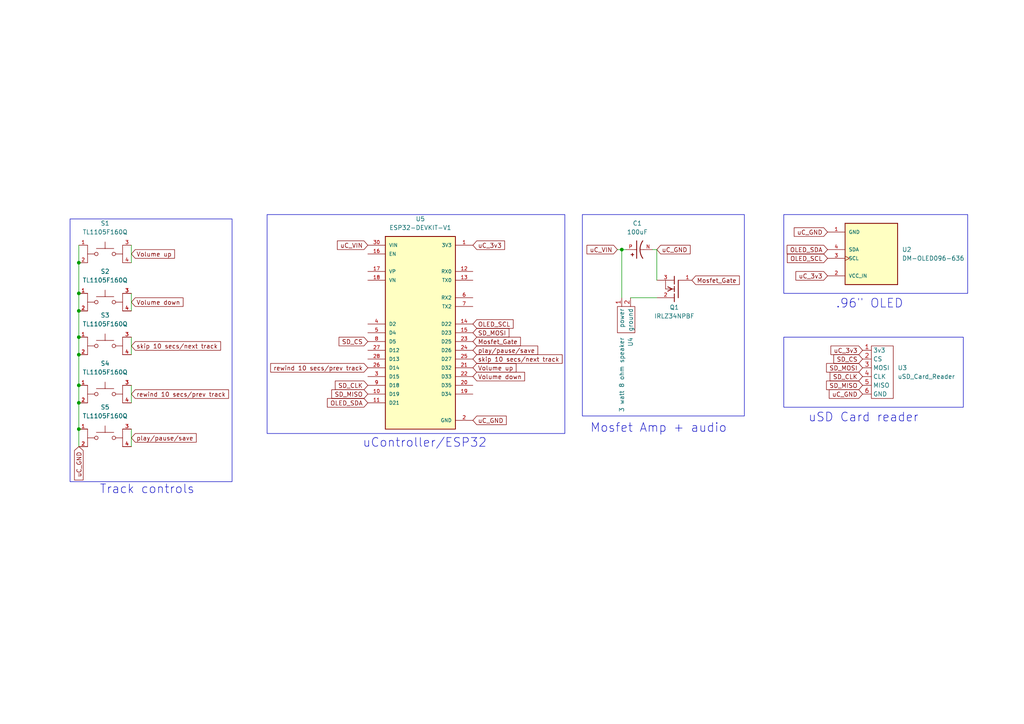
<source format=kicad_sch>
(kicad_sch
	(version 20250114)
	(generator "eeschema")
	(generator_version "9.0")
	(uuid "1ea9c9eb-612f-436f-8a90-5cdebc3599eb")
	(paper "A4")
	(title_block
		(title "8bit 44KHz mono .WAV player")
		(date "2025-12-09")
	)
	(lib_symbols
		(symbol "DM-OLED096-636:DM-OLED096-636"
			(pin_names
				(offset 1.016)
			)
			(exclude_from_sim no)
			(in_bom yes)
			(on_board yes)
			(property "Reference" "U"
				(at -7.62 10.922 0)
				(effects
					(font
						(size 1.27 1.27)
					)
					(justify left bottom)
				)
			)
			(property "Value" "DM-OLED096-636"
				(at -7.62 -10.16 0)
				(effects
					(font
						(size 1.27 1.27)
					)
					(justify left bottom)
				)
			)
			(property "Footprint" "DM-OLED096-636:MODULE_DM-OLED096-636"
				(at 0 0 0)
				(effects
					(font
						(size 1.27 1.27)
					)
					(justify bottom)
					(hide yes)
				)
			)
			(property "Datasheet" ""
				(at 0 0 0)
				(effects
					(font
						(size 1.27 1.27)
					)
					(hide yes)
				)
			)
			(property "Description" ""
				(at 0 0 0)
				(effects
					(font
						(size 1.27 1.27)
					)
					(hide yes)
				)
			)
			(property "MF" "Display Module"
				(at 0 0 0)
				(effects
					(font
						(size 1.27 1.27)
					)
					(justify bottom)
					(hide yes)
				)
			)
			(property "MAXIMUM_PACKAGE_HEIGHT" "11.3 mm"
				(at 0 0 0)
				(effects
					(font
						(size 1.27 1.27)
					)
					(justify bottom)
					(hide yes)
				)
			)
			(property "Package" "Package"
				(at 0 0 0)
				(effects
					(font
						(size 1.27 1.27)
					)
					(justify bottom)
					(hide yes)
				)
			)
			(property "Price" "None"
				(at 0 0 0)
				(effects
					(font
						(size 1.27 1.27)
					)
					(justify bottom)
					(hide yes)
				)
			)
			(property "Check_prices" "https://www.snapeda.com/parts/DM-OLED096-636/Display+Module/view-part/?ref=eda"
				(at 0 0 0)
				(effects
					(font
						(size 1.27 1.27)
					)
					(justify bottom)
					(hide yes)
				)
			)
			(property "STANDARD" "Manufacturer Recommendations"
				(at 0 0 0)
				(effects
					(font
						(size 1.27 1.27)
					)
					(justify bottom)
					(hide yes)
				)
			)
			(property "PARTREV" "2018-09-10"
				(at 0 0 0)
				(effects
					(font
						(size 1.27 1.27)
					)
					(justify bottom)
					(hide yes)
				)
			)
			(property "SnapEDA_Link" "https://www.snapeda.com/parts/DM-OLED096-636/Display+Module/view-part/?ref=snap"
				(at 0 0 0)
				(effects
					(font
						(size 1.27 1.27)
					)
					(justify bottom)
					(hide yes)
				)
			)
			(property "MP" "DM-OLED096-636"
				(at 0 0 0)
				(effects
					(font
						(size 1.27 1.27)
					)
					(justify bottom)
					(hide yes)
				)
			)
			(property "Description_1" "0.96” 128 X 64 MONOCHROME GRAPHIC OLED DISPLAY MODULE - I2C"
				(at 0 0 0)
				(effects
					(font
						(size 1.27 1.27)
					)
					(justify bottom)
					(hide yes)
				)
			)
			(property "Availability" "Not in stock"
				(at 0 0 0)
				(effects
					(font
						(size 1.27 1.27)
					)
					(justify bottom)
					(hide yes)
				)
			)
			(property "MANUFACTURER" "Displaymodule"
				(at 0 0 0)
				(effects
					(font
						(size 1.27 1.27)
					)
					(justify bottom)
					(hide yes)
				)
			)
			(symbol "DM-OLED096-636_0_0"
				(rectangle
					(start -7.62 -7.62)
					(end 7.62 10.16)
					(stroke
						(width 0.254)
						(type default)
					)
					(fill
						(type background)
					)
				)
				(pin power_in line
					(at 12.7 7.62 180)
					(length 5.08)
					(name "VCC_IN"
						(effects
							(font
								(size 1.016 1.016)
							)
						)
					)
					(number "2"
						(effects
							(font
								(size 1.016 1.016)
							)
						)
					)
				)
				(pin input clock
					(at 12.7 2.54 180)
					(length 5.08)
					(name "SCL"
						(effects
							(font
								(size 1.016 1.016)
							)
						)
					)
					(number "3"
						(effects
							(font
								(size 1.016 1.016)
							)
						)
					)
				)
				(pin bidirectional line
					(at 12.7 0 180)
					(length 5.08)
					(name "SDA"
						(effects
							(font
								(size 1.016 1.016)
							)
						)
					)
					(number "4"
						(effects
							(font
								(size 1.016 1.016)
							)
						)
					)
				)
				(pin power_in line
					(at 12.7 -5.08 180)
					(length 5.08)
					(name "GND"
						(effects
							(font
								(size 1.016 1.016)
							)
						)
					)
					(number "1"
						(effects
							(font
								(size 1.016 1.016)
							)
						)
					)
				)
			)
			(embedded_fonts no)
		)
		(symbol "EEUHD1C101_1"
			(pin_names
				(offset 1.016)
			)
			(exclude_from_sim no)
			(in_bom yes)
			(on_board yes)
			(property "Reference" "C"
				(at -2.54 3.81 0)
				(effects
					(font
						(size 1.27 1.27)
					)
					(justify left bottom)
				)
			)
			(property "Value" "EEUHD1C101"
				(at -2.54 -5.08 0)
				(effects
					(font
						(size 1.27 1.27)
					)
					(justify left bottom)
				)
			)
			(property "Footprint" "EEUHD1C101:CAPPRD250W50D500H1100"
				(at 0 0 0)
				(effects
					(font
						(size 1.27 1.27)
					)
					(justify bottom)
					(hide yes)
				)
			)
			(property "Datasheet" ""
				(at 0 0 0)
				(effects
					(font
						(size 1.27 1.27)
					)
					(hide yes)
				)
			)
			(property "Description" "HD-A"
				(at 0 0 0)
				(effects
					(font
						(size 1.27 1.27)
					)
					(justify bottom)
					(hide yes)
				)
			)
			(property "MF" "Panasonic"
				(at 0 0 0)
				(effects
					(font
						(size 1.27 1.27)
					)
					(justify bottom)
					(hide yes)
				)
			)
			(property "b_max" "0.55"
				(at 0 0 0)
				(effects
					(font
						(size 1.27 1.27)
					)
					(justify bottom)
					(hide yes)
				)
			)
			(property "Package" "RADIAL-2 Panasonic"
				(at 0 0 0)
				(effects
					(font
						(size 1.27 1.27)
					)
					(justify bottom)
					(hide yes)
				)
			)
			(property "b_nom" "0.5"
				(at 0 0 0)
				(effects
					(font
						(size 1.27 1.27)
					)
					(justify bottom)
					(hide yes)
				)
			)
			(property "Price" "None"
				(at 0 0 0)
				(effects
					(font
						(size 1.27 1.27)
					)
					(justify bottom)
					(hide yes)
				)
			)
			(property "Check_prices" "https://www.snapeda.com/parts/EEU-HD1C101/Panasonic/view-part/?ref=eda"
				(at 0 0 0)
				(effects
					(font
						(size 1.27 1.27)
					)
					(justify bottom)
					(hide yes)
				)
			)
			(property "SnapEDA_Link" "https://www.snapeda.com/parts/EEU-HD1C101/Panasonic/view-part/?ref=snap"
				(at 0 0 0)
				(effects
					(font
						(size 1.27 1.27)
					)
					(justify bottom)
					(hide yes)
				)
			)
			(property "PARTREV" "20-DEC-19"
				(at 0 0 0)
				(effects
					(font
						(size 1.27 1.27)
					)
					(justify bottom)
					(hide yes)
				)
			)
			(property "A_max" "11"
				(at 0 0 0)
				(effects
					(font
						(size 1.27 1.27)
					)
					(justify bottom)
					(hide yes)
				)
			)
			(property "MP" "EEU-HD1C101"
				(at 0 0 0)
				(effects
					(font
						(size 1.27 1.27)
					)
					(justify bottom)
					(hide yes)
				)
			)
			(property "D_nom" "5"
				(at 0 0 0)
				(effects
					(font
						(size 1.27 1.27)
					)
					(justify bottom)
					(hide yes)
				)
			)
			(property "e_nom" "2.5"
				(at 0 0 0)
				(effects
					(font
						(size 1.27 1.27)
					)
					(justify bottom)
					(hide yes)
				)
			)
			(property "Availability" "In Stock"
				(at 0 0 0)
				(effects
					(font
						(size 1.27 1.27)
					)
					(justify bottom)
					(hide yes)
				)
			)
			(property "Description_1" "CAP ALUM 100UF 20% 16V RADIAL"
				(at 0 0 0)
				(effects
					(font
						(size 1.27 1.27)
					)
					(justify bottom)
					(hide yes)
				)
			)
			(symbol "EEUHD1C101_1_0_0"
				(rectangle
					(start -1.173 -1.532)
					(end -0.284 -1.405)
					(stroke
						(width 0.1)
						(type default)
					)
					(fill
						(type outline)
					)
				)
				(rectangle
					(start -0.792 -1.913)
					(end -0.665 -1.024)
					(stroke
						(width 0.1)
						(type default)
					)
					(fill
						(type outline)
					)
				)
				(polyline
					(pts
						(xy 0 0) (xy 0.508 0)
					)
					(stroke
						(width 0.1524)
						(type default)
					)
					(fill
						(type none)
					)
				)
				(polyline
					(pts
						(xy 0.508 2.54) (xy 0.508 0)
					)
					(stroke
						(width 0.254)
						(type default)
					)
					(fill
						(type none)
					)
				)
				(polyline
					(pts
						(xy 0.508 0) (xy 0.508 -2.54)
					)
					(stroke
						(width 0.254)
						(type default)
					)
					(fill
						(type none)
					)
				)
				(polyline
					(pts
						(xy 2.54 0) (xy 1.524 0)
					)
					(stroke
						(width 0.1524)
						(type default)
					)
					(fill
						(type none)
					)
				)
				(arc
					(start 2.286 -2.54)
					(mid 1.4851 0)
					(end 2.286 2.54)
					(stroke
						(width 0.254)
						(type default)
					)
					(fill
						(type none)
					)
				)
				(pin passive line
					(at -2.54 0 0)
					(length 2.54)
					(name "~"
						(effects
							(font
								(size 1.016 1.016)
							)
						)
					)
					(number "P"
						(effects
							(font
								(size 1.016 1.016)
							)
						)
					)
				)
				(pin passive line
					(at 5.08 0 180)
					(length 2.54)
					(name "~"
						(effects
							(font
								(size 1.016 1.016)
							)
						)
					)
					(number "N"
						(effects
							(font
								(size 1.016 1.016)
							)
						)
					)
				)
			)
			(embedded_fonts no)
		)
		(symbol "ESP32-DEVKIT-V1:ESP32-DEVKIT-V1"
			(pin_names
				(offset 1.016)
			)
			(exclude_from_sim no)
			(in_bom yes)
			(on_board yes)
			(property "Reference" "U"
				(at -10.16 30.48 0)
				(effects
					(font
						(size 1.27 1.27)
					)
					(justify left top)
				)
			)
			(property "Value" "ESP32-DEVKIT-V1"
				(at -10.16 -30.48 0)
				(effects
					(font
						(size 1.27 1.27)
					)
					(justify left bottom)
				)
			)
			(property "Footprint" "ESP32-DEVKIT-V1:MODULE_ESP32_DEVKIT_V1"
				(at 0 0 0)
				(effects
					(font
						(size 1.27 1.27)
					)
					(justify bottom)
					(hide yes)
				)
			)
			(property "Datasheet" ""
				(at 0 0 0)
				(effects
					(font
						(size 1.27 1.27)
					)
					(hide yes)
				)
			)
			(property "Description" ""
				(at 0 0 0)
				(effects
					(font
						(size 1.27 1.27)
					)
					(hide yes)
				)
			)
			(property "MF" "Do it"
				(at 0 0 0)
				(effects
					(font
						(size 1.27 1.27)
					)
					(justify bottom)
					(hide yes)
				)
			)
			(property "MAXIMUM_PACKAGE_HEIGHT" "6.8 mm"
				(at 0 0 0)
				(effects
					(font
						(size 1.27 1.27)
					)
					(justify bottom)
					(hide yes)
				)
			)
			(property "Package" "None"
				(at 0 0 0)
				(effects
					(font
						(size 1.27 1.27)
					)
					(justify bottom)
					(hide yes)
				)
			)
			(property "Price" "None"
				(at 0 0 0)
				(effects
					(font
						(size 1.27 1.27)
					)
					(justify bottom)
					(hide yes)
				)
			)
			(property "Check_prices" "https://www.snapeda.com/parts/ESP32-DEVKIT-V1/Do+it/view-part/?ref=eda"
				(at 0 0 0)
				(effects
					(font
						(size 1.27 1.27)
					)
					(justify bottom)
					(hide yes)
				)
			)
			(property "STANDARD" "Manufacturer Recommendations"
				(at 0 0 0)
				(effects
					(font
						(size 1.27 1.27)
					)
					(justify bottom)
					(hide yes)
				)
			)
			(property "PARTREV" "N/A"
				(at 0 0 0)
				(effects
					(font
						(size 1.27 1.27)
					)
					(justify bottom)
					(hide yes)
				)
			)
			(property "SnapEDA_Link" "https://www.snapeda.com/parts/ESP32-DEVKIT-V1/Do+it/view-part/?ref=snap"
				(at 0 0 0)
				(effects
					(font
						(size 1.27 1.27)
					)
					(justify bottom)
					(hide yes)
				)
			)
			(property "MP" "ESP32-DEVKIT-V1"
				(at 0 0 0)
				(effects
					(font
						(size 1.27 1.27)
					)
					(justify bottom)
					(hide yes)
				)
			)
			(property "Description_1" "Dual core, Wi-Fi: 2.4 GHz up to 150 Mbits/s,BLE (Bluetooth Low Energy) and legacy Bluetooth, 32 bits, Up to 240 MHz"
				(at 0 0 0)
				(effects
					(font
						(size 1.27 1.27)
					)
					(justify bottom)
					(hide yes)
				)
			)
			(property "Availability" "Not in stock"
				(at 0 0 0)
				(effects
					(font
						(size 1.27 1.27)
					)
					(justify bottom)
					(hide yes)
				)
			)
			(property "MANUFACTURER" "DOIT"
				(at 0 0 0)
				(effects
					(font
						(size 1.27 1.27)
					)
					(justify bottom)
					(hide yes)
				)
			)
			(symbol "ESP32-DEVKIT-V1_0_0"
				(rectangle
					(start -10.16 -27.94)
					(end 10.16 27.94)
					(stroke
						(width 0.254)
						(type default)
					)
					(fill
						(type background)
					)
				)
				(pin input line
					(at -15.24 25.4 0)
					(length 5.08)
					(name "VIN"
						(effects
							(font
								(size 1.016 1.016)
							)
						)
					)
					(number "30"
						(effects
							(font
								(size 1.016 1.016)
							)
						)
					)
				)
				(pin input line
					(at -15.24 22.86 0)
					(length 5.08)
					(name "EN"
						(effects
							(font
								(size 1.016 1.016)
							)
						)
					)
					(number "16"
						(effects
							(font
								(size 1.016 1.016)
							)
						)
					)
				)
				(pin bidirectional line
					(at -15.24 17.78 0)
					(length 5.08)
					(name "VP"
						(effects
							(font
								(size 1.016 1.016)
							)
						)
					)
					(number "17"
						(effects
							(font
								(size 1.016 1.016)
							)
						)
					)
				)
				(pin bidirectional line
					(at -15.24 15.24 0)
					(length 5.08)
					(name "VN"
						(effects
							(font
								(size 1.016 1.016)
							)
						)
					)
					(number "18"
						(effects
							(font
								(size 1.016 1.016)
							)
						)
					)
				)
				(pin bidirectional line
					(at -15.24 2.54 0)
					(length 5.08)
					(name "D2"
						(effects
							(font
								(size 1.016 1.016)
							)
						)
					)
					(number "4"
						(effects
							(font
								(size 1.016 1.016)
							)
						)
					)
				)
				(pin bidirectional line
					(at -15.24 0 0)
					(length 5.08)
					(name "D4"
						(effects
							(font
								(size 1.016 1.016)
							)
						)
					)
					(number "5"
						(effects
							(font
								(size 1.016 1.016)
							)
						)
					)
				)
				(pin bidirectional line
					(at -15.24 -2.54 0)
					(length 5.08)
					(name "D5"
						(effects
							(font
								(size 1.016 1.016)
							)
						)
					)
					(number "8"
						(effects
							(font
								(size 1.016 1.016)
							)
						)
					)
				)
				(pin bidirectional line
					(at -15.24 -5.08 0)
					(length 5.08)
					(name "D12"
						(effects
							(font
								(size 1.016 1.016)
							)
						)
					)
					(number "27"
						(effects
							(font
								(size 1.016 1.016)
							)
						)
					)
				)
				(pin bidirectional line
					(at -15.24 -7.62 0)
					(length 5.08)
					(name "D13"
						(effects
							(font
								(size 1.016 1.016)
							)
						)
					)
					(number "28"
						(effects
							(font
								(size 1.016 1.016)
							)
						)
					)
				)
				(pin bidirectional line
					(at -15.24 -10.16 0)
					(length 5.08)
					(name "D14"
						(effects
							(font
								(size 1.016 1.016)
							)
						)
					)
					(number "26"
						(effects
							(font
								(size 1.016 1.016)
							)
						)
					)
				)
				(pin bidirectional line
					(at -15.24 -12.7 0)
					(length 5.08)
					(name "D15"
						(effects
							(font
								(size 1.016 1.016)
							)
						)
					)
					(number "3"
						(effects
							(font
								(size 1.016 1.016)
							)
						)
					)
				)
				(pin bidirectional line
					(at -15.24 -15.24 0)
					(length 5.08)
					(name "D18"
						(effects
							(font
								(size 1.016 1.016)
							)
						)
					)
					(number "9"
						(effects
							(font
								(size 1.016 1.016)
							)
						)
					)
				)
				(pin bidirectional line
					(at -15.24 -17.78 0)
					(length 5.08)
					(name "D19"
						(effects
							(font
								(size 1.016 1.016)
							)
						)
					)
					(number "10"
						(effects
							(font
								(size 1.016 1.016)
							)
						)
					)
				)
				(pin bidirectional line
					(at -15.24 -20.32 0)
					(length 5.08)
					(name "D21"
						(effects
							(font
								(size 1.016 1.016)
							)
						)
					)
					(number "11"
						(effects
							(font
								(size 1.016 1.016)
							)
						)
					)
				)
				(pin output line
					(at 15.24 25.4 180)
					(length 5.08)
					(name "3V3"
						(effects
							(font
								(size 1.016 1.016)
							)
						)
					)
					(number "1"
						(effects
							(font
								(size 1.016 1.016)
							)
						)
					)
				)
				(pin input line
					(at 15.24 17.78 180)
					(length 5.08)
					(name "RX0"
						(effects
							(font
								(size 1.016 1.016)
							)
						)
					)
					(number "12"
						(effects
							(font
								(size 1.016 1.016)
							)
						)
					)
				)
				(pin output line
					(at 15.24 15.24 180)
					(length 5.08)
					(name "TX0"
						(effects
							(font
								(size 1.016 1.016)
							)
						)
					)
					(number "13"
						(effects
							(font
								(size 1.016 1.016)
							)
						)
					)
				)
				(pin input line
					(at 15.24 10.16 180)
					(length 5.08)
					(name "RX2"
						(effects
							(font
								(size 1.016 1.016)
							)
						)
					)
					(number "6"
						(effects
							(font
								(size 1.016 1.016)
							)
						)
					)
				)
				(pin output line
					(at 15.24 7.62 180)
					(length 5.08)
					(name "TX2"
						(effects
							(font
								(size 1.016 1.016)
							)
						)
					)
					(number "7"
						(effects
							(font
								(size 1.016 1.016)
							)
						)
					)
				)
				(pin bidirectional line
					(at 15.24 2.54 180)
					(length 5.08)
					(name "D22"
						(effects
							(font
								(size 1.016 1.016)
							)
						)
					)
					(number "14"
						(effects
							(font
								(size 1.016 1.016)
							)
						)
					)
				)
				(pin bidirectional line
					(at 15.24 0 180)
					(length 5.08)
					(name "D23"
						(effects
							(font
								(size 1.016 1.016)
							)
						)
					)
					(number "15"
						(effects
							(font
								(size 1.016 1.016)
							)
						)
					)
				)
				(pin bidirectional line
					(at 15.24 -2.54 180)
					(length 5.08)
					(name "D25"
						(effects
							(font
								(size 1.016 1.016)
							)
						)
					)
					(number "23"
						(effects
							(font
								(size 1.016 1.016)
							)
						)
					)
				)
				(pin bidirectional line
					(at 15.24 -5.08 180)
					(length 5.08)
					(name "D26"
						(effects
							(font
								(size 1.016 1.016)
							)
						)
					)
					(number "24"
						(effects
							(font
								(size 1.016 1.016)
							)
						)
					)
				)
				(pin bidirectional line
					(at 15.24 -7.62 180)
					(length 5.08)
					(name "D27"
						(effects
							(font
								(size 1.016 1.016)
							)
						)
					)
					(number "25"
						(effects
							(font
								(size 1.016 1.016)
							)
						)
					)
				)
				(pin bidirectional line
					(at 15.24 -10.16 180)
					(length 5.08)
					(name "D32"
						(effects
							(font
								(size 1.016 1.016)
							)
						)
					)
					(number "21"
						(effects
							(font
								(size 1.016 1.016)
							)
						)
					)
				)
				(pin bidirectional line
					(at 15.24 -12.7 180)
					(length 5.08)
					(name "D33"
						(effects
							(font
								(size 1.016 1.016)
							)
						)
					)
					(number "22"
						(effects
							(font
								(size 1.016 1.016)
							)
						)
					)
				)
				(pin bidirectional line
					(at 15.24 -15.24 180)
					(length 5.08)
					(name "D35"
						(effects
							(font
								(size 1.016 1.016)
							)
						)
					)
					(number "20"
						(effects
							(font
								(size 1.016 1.016)
							)
						)
					)
				)
				(pin bidirectional line
					(at 15.24 -17.78 180)
					(length 5.08)
					(name "D34"
						(effects
							(font
								(size 1.016 1.016)
							)
						)
					)
					(number "19"
						(effects
							(font
								(size 1.016 1.016)
							)
						)
					)
				)
				(pin power_in line
					(at 15.24 -25.4 180)
					(length 5.08)
					(name "GND"
						(effects
							(font
								(size 1.016 1.016)
							)
						)
					)
					(number "2"
						(effects
							(font
								(size 1.016 1.016)
							)
						)
					)
				)
				(pin power_in line
					(at 15.24 -25.4 180)
					(length 5.08)
					(hide yes)
					(name "GND"
						(effects
							(font
								(size 1.016 1.016)
							)
						)
					)
					(number "29"
						(effects
							(font
								(size 1.016 1.016)
							)
						)
					)
				)
			)
			(embedded_fonts no)
		)
		(symbol "IRLZ34NPBF:IRLZ34NPBF"
			(pin_names
				(offset 1.016)
			)
			(exclude_from_sim no)
			(in_bom yes)
			(on_board yes)
			(property "Reference" "Q"
				(at -11.43 2.54 0)
				(effects
					(font
						(size 1.27 1.27)
					)
					(justify left bottom)
				)
			)
			(property "Value" "IRLZ34NPBF"
				(at -11.43 0 0)
				(effects
					(font
						(size 1.27 1.27)
					)
					(justify left bottom)
				)
			)
			(property "Footprint" ""
				(at 0 0 0)
				(effects
					(font
						(size 1.27 1.27)
					)
					(hide yes)
				)
			)
			(property "Datasheet" ""
				(at 0 0 0)
				(effects
					(font
						(size 1.27 1.27)
					)
					(hide yes)
				)
			)
			(property "Description" ""
				(at 0 0 0)
				(effects
					(font
						(size 1.27 1.27)
					)
					(hide yes)
				)
			)
			(property "MF" "Infineon"
				(at 0 0 0)
				(effects
					(font
						(size 1.27 1.27)
					)
					(justify bottom)
					(hide yes)
				)
			)
			(property "Description_1" "MOSFET, Power,N-Ch,VDSS 55V,RDS(ON) 0.035Ohm,ID 30A,TO-220AB,PD 68W,VGS +/-16V | Infineon IRLZ34NPBF"
				(at 0 0 0)
				(effects
					(font
						(size 1.27 1.27)
					)
					(justify bottom)
					(hide yes)
				)
			)
			(property "Package" "TO-220 Infineon"
				(at 0 0 0)
				(effects
					(font
						(size 1.27 1.27)
					)
					(justify bottom)
					(hide yes)
				)
			)
			(property "Price" "None"
				(at 0 0 0)
				(effects
					(font
						(size 1.27 1.27)
					)
					(justify bottom)
					(hide yes)
				)
			)
			(property "SnapEDA_Link" "https://www.snapeda.com/parts/IRLZ34NPBF/Infineon/view-part/?ref=snap"
				(at 0 0 0)
				(effects
					(font
						(size 1.27 1.27)
					)
					(justify bottom)
					(hide yes)
				)
			)
			(property "MP" "IRLZ34NPBF"
				(at 0 0 0)
				(effects
					(font
						(size 1.27 1.27)
					)
					(justify bottom)
					(hide yes)
				)
			)
			(property "Availability" "In Stock"
				(at 0 0 0)
				(effects
					(font
						(size 1.27 1.27)
					)
					(justify bottom)
					(hide yes)
				)
			)
			(property "Check_prices" "https://www.snapeda.com/parts/IRLZ34NPBF/Infineon/view-part/?ref=eda"
				(at 0 0 0)
				(effects
					(font
						(size 1.27 1.27)
					)
					(justify bottom)
					(hide yes)
				)
			)
			(symbol "IRLZ34NPBF_0_0"
				(polyline
					(pts
						(xy -2.54 -2.54) (xy -1.2192 -2.54)
					)
					(stroke
						(width 0.1524)
						(type default)
					)
					(fill
						(type none)
					)
				)
				(polyline
					(pts
						(xy -1.143 2.54) (xy -1.143 -2.54)
					)
					(stroke
						(width 0.254)
						(type default)
					)
					(fill
						(type none)
					)
				)
				(polyline
					(pts
						(xy 0 3.683) (xy 0 1.397)
					)
					(stroke
						(width 0.254)
						(type default)
					)
					(fill
						(type none)
					)
				)
				(polyline
					(pts
						(xy 0 0.762) (xy 0 0)
					)
					(stroke
						(width 0.254)
						(type default)
					)
					(fill
						(type none)
					)
				)
				(polyline
					(pts
						(xy 0 0) (xy 0 -0.762)
					)
					(stroke
						(width 0.254)
						(type default)
					)
					(fill
						(type none)
					)
				)
				(polyline
					(pts
						(xy 0 0) (xy 0.635 0)
					)
					(stroke
						(width 0.1524)
						(type default)
					)
					(fill
						(type none)
					)
				)
				(polyline
					(pts
						(xy 0 -1.397) (xy 0 -3.683)
					)
					(stroke
						(width 0.254)
						(type default)
					)
					(fill
						(type none)
					)
				)
				(polyline
					(pts
						(xy 0.635 0) (xy 2.54 0)
					)
					(stroke
						(width 0.1524)
						(type default)
					)
					(fill
						(type none)
					)
				)
				(polyline
					(pts
						(xy 1.905 0.635) (xy 0.635 0)
					)
					(stroke
						(width 0.254)
						(type default)
					)
					(fill
						(type none)
					)
				)
				(polyline
					(pts
						(xy 1.905 -0.635) (xy 0.635 0)
					)
					(stroke
						(width 0.254)
						(type default)
					)
					(fill
						(type none)
					)
				)
				(polyline
					(pts
						(xy 2.54 0) (xy 2.54 -2.54)
					)
					(stroke
						(width 0.1524)
						(type default)
					)
					(fill
						(type none)
					)
				)
				(pin passive line
					(at -5.08 -2.54 0)
					(length 2.54)
					(name "~"
						(effects
							(font
								(size 1.016 1.016)
							)
						)
					)
					(number "1"
						(effects
							(font
								(size 1.016 1.016)
							)
						)
					)
				)
				(pin passive line
					(at 5.08 2.54 180)
					(length 5.08)
					(name "~"
						(effects
							(font
								(size 1.016 1.016)
							)
						)
					)
					(number "2"
						(effects
							(font
								(size 1.016 1.016)
							)
						)
					)
				)
				(pin passive line
					(at 5.08 -2.54 180)
					(length 5.08)
					(name "~"
						(effects
							(font
								(size 1.016 1.016)
							)
						)
					)
					(number "3"
						(effects
							(font
								(size 1.016 1.016)
							)
						)
					)
				)
			)
			(embedded_fonts no)
		)
		(symbol "PersonalLibrary:_1_Micro_SD_card_reader"
			(exclude_from_sim no)
			(in_bom yes)
			(on_board yes)
			(property "Reference" "U"
				(at 2.032 1.778 0)
				(effects
					(font
						(size 1.27 1.27)
					)
				)
			)
			(property "Value" "uSD_Card_Reader"
				(at 2.286 0 0)
				(effects
					(font
						(size 1.27 1.27)
					)
				)
			)
			(property "Footprint" ""
				(at 0 0 0)
				(effects
					(font
						(size 1.27 1.27)
					)
					(hide yes)
				)
			)
			(property "Datasheet" ""
				(at 0 0 0)
				(effects
					(font
						(size 1.27 1.27)
					)
					(hide yes)
				)
			)
			(property "Description" ""
				(at 0 0 0)
				(effects
					(font
						(size 1.27 1.27)
					)
					(hide yes)
				)
			)
			(property "ki_keywords" "sd, card, reader, micro"
				(at 0 0 0)
				(effects
					(font
						(size 1.27 1.27)
					)
					(hide yes)
				)
			)
			(symbol "_1_Micro_SD_card_reader_0_1"
				(rectangle
					(start -1.27 -1.27)
					(end 5.08 -16.51)
					(stroke
						(width 0)
						(type default)
					)
					(fill
						(type none)
					)
				)
			)
			(symbol "_1_Micro_SD_card_reader_1_1"
				(pin output line
					(at 7.62 -2.54 180)
					(length 2.54)
					(name "GND"
						(effects
							(font
								(size 1.27 1.27)
							)
						)
					)
					(number "6"
						(effects
							(font
								(size 1.27 1.27)
							)
						)
					)
				)
				(pin output line
					(at 7.62 -5.08 180)
					(length 2.54)
					(name "MISO"
						(effects
							(font
								(size 1.27 1.27)
							)
						)
					)
					(number "5"
						(effects
							(font
								(size 1.27 1.27)
							)
						)
					)
				)
				(pin input line
					(at 7.62 -7.62 180)
					(length 2.54)
					(name "CLK"
						(effects
							(font
								(size 1.27 1.27)
							)
						)
					)
					(number "4"
						(effects
							(font
								(size 1.27 1.27)
							)
						)
					)
				)
				(pin input line
					(at 7.62 -10.16 180)
					(length 2.54)
					(name "MOSI"
						(effects
							(font
								(size 1.27 1.27)
							)
						)
					)
					(number "3"
						(effects
							(font
								(size 1.27 1.27)
							)
						)
					)
				)
				(pin input line
					(at 7.62 -12.7 180)
					(length 2.54)
					(name "CS"
						(effects
							(font
								(size 1.27 1.27)
							)
						)
					)
					(number "2"
						(effects
							(font
								(size 1.27 1.27)
							)
						)
					)
				)
				(pin input line
					(at 7.62 -15.24 180)
					(length 2.54)
					(name "3v3"
						(effects
							(font
								(size 1.27 1.27)
							)
						)
					)
					(number "1"
						(effects
							(font
								(size 1.27 1.27)
							)
						)
					)
				)
			)
			(embedded_fonts no)
		)
		(symbol "PersonalLibrary:_2_3W_8O_speaker"
			(exclude_from_sim no)
			(in_bom yes)
			(on_board yes)
			(property "Reference" "U"
				(at 0 0 0)
				(effects
					(font
						(size 1.27 1.27)
					)
				)
			)
			(property "Value" ""
				(at 0 0 0)
				(effects
					(font
						(size 1.27 1.27)
					)
				)
			)
			(property "Footprint" ""
				(at 0 0 0)
				(effects
					(font
						(size 1.27 1.27)
					)
					(hide yes)
				)
			)
			(property "Datasheet" ""
				(at 0 0 0)
				(effects
					(font
						(size 1.27 1.27)
					)
					(hide yes)
				)
			)
			(property "Description" ""
				(at 0 0 0)
				(effects
					(font
						(size 1.27 1.27)
					)
					(hide yes)
				)
			)
			(symbol "_2_3W_8O_speaker_0_1"
				(rectangle
					(start -3.81 -6.35)
					(end 3.81 -1.27)
					(stroke
						(width 0)
						(type default)
					)
					(fill
						(type none)
					)
				)
			)
			(symbol "_2_3W_8O_speaker_1_1"
				(pin input line
					(at 6.35 -2.54 180)
					(length 2.54)
					(name "power"
						(effects
							(font
								(size 1.27 1.27)
							)
						)
					)
					(number "1"
						(effects
							(font
								(size 1.27 1.27)
							)
						)
					)
				)
				(pin output line
					(at 6.35 -5.08 180)
					(length 2.54)
					(name "ground"
						(effects
							(font
								(size 1.27 1.27)
							)
						)
					)
					(number "2"
						(effects
							(font
								(size 1.27 1.27)
							)
						)
					)
				)
			)
			(embedded_fonts no)
		)
		(symbol "TL1105F160Q:TL1105F160Q"
			(pin_names
				(offset 1.016)
			)
			(exclude_from_sim no)
			(in_bom yes)
			(on_board yes)
			(property "Reference" "S"
				(at -5.08 5.08 0)
				(effects
					(font
						(size 1.27 1.27)
					)
					(justify left bottom)
				)
			)
			(property "Value" "TL1105F160Q"
				(at -5.08 -5.08 0)
				(effects
					(font
						(size 1.27 1.27)
					)
					(justify left bottom)
				)
			)
			(property "Footprint" "TL1105F160Q:SW_TL1105F160Q"
				(at 0 0 0)
				(effects
					(font
						(size 1.27 1.27)
					)
					(justify bottom)
					(hide yes)
				)
			)
			(property "Datasheet" ""
				(at 0 0 0)
				(effects
					(font
						(size 1.27 1.27)
					)
					(hide yes)
				)
			)
			(property "Description" ""
				(at 0 0 0)
				(effects
					(font
						(size 1.27 1.27)
					)
					(hide yes)
				)
			)
			(property "MF" "E-Switch"
				(at 0 0 0)
				(effects
					(font
						(size 1.27 1.27)
					)
					(justify bottom)
					(hide yes)
				)
			)
			(property "MAXIMUM_PACKAGE_HEIGHT" "13 mm"
				(at 0 0 0)
				(effects
					(font
						(size 1.27 1.27)
					)
					(justify bottom)
					(hide yes)
				)
			)
			(property "Package" "None"
				(at 0 0 0)
				(effects
					(font
						(size 1.27 1.27)
					)
					(justify bottom)
					(hide yes)
				)
			)
			(property "Price" "None"
				(at 0 0 0)
				(effects
					(font
						(size 1.27 1.27)
					)
					(justify bottom)
					(hide yes)
				)
			)
			(property "Check_prices" "https://www.snapeda.com/parts/TL1105F160Q/E-Switch/view-part/?ref=eda"
				(at 0 0 0)
				(effects
					(font
						(size 1.27 1.27)
					)
					(justify bottom)
					(hide yes)
				)
			)
			(property "STANDARD" "Manufacturer Recommendations"
				(at 0 0 0)
				(effects
					(font
						(size 1.27 1.27)
					)
					(justify bottom)
					(hide yes)
				)
			)
			(property "PARTREV" "A"
				(at 0 0 0)
				(effects
					(font
						(size 1.27 1.27)
					)
					(justify bottom)
					(hide yes)
				)
			)
			(property "SnapEDA_Link" "https://www.snapeda.com/parts/TL1105F160Q/E-Switch/view-part/?ref=snap"
				(at 0 0 0)
				(effects
					(font
						(size 1.27 1.27)
					)
					(justify bottom)
					(hide yes)
				)
			)
			(property "MP" "TL1105F160Q"
				(at 0 0 0)
				(effects
					(font
						(size 1.27 1.27)
					)
					(justify bottom)
					(hide yes)
				)
			)
			(property "Description_1" "SWITCH TACTILE SPST-NO 0.05A 12V"
				(at 0 0 0)
				(effects
					(font
						(size 1.27 1.27)
					)
					(justify bottom)
					(hide yes)
				)
			)
			(property "MANUFACTURER" "E-Switch"
				(at 0 0 0)
				(effects
					(font
						(size 1.27 1.27)
					)
					(justify bottom)
					(hide yes)
				)
			)
			(property "Availability" "In Stock"
				(at 0 0 0)
				(effects
					(font
						(size 1.27 1.27)
					)
					(justify bottom)
					(hide yes)
				)
			)
			(property "SNAPEDA_PN" "TL1105DF160Q"
				(at 0 0 0)
				(effects
					(font
						(size 1.27 1.27)
					)
					(justify bottom)
					(hide yes)
				)
			)
			(symbol "TL1105F160Q_0_0"
				(polyline
					(pts
						(xy -5.08 2.54) (xy -5.08 -2.54)
					)
					(stroke
						(width 0.1524)
						(type default)
					)
					(fill
						(type none)
					)
				)
				(polyline
					(pts
						(xy -5.08 0) (xy -3.048 0)
					)
					(stroke
						(width 0.1524)
						(type default)
					)
					(fill
						(type none)
					)
				)
				(polyline
					(pts
						(xy -2.54 1.5875) (xy 0 1.5875)
					)
					(stroke
						(width 0.1524)
						(type default)
					)
					(fill
						(type none)
					)
				)
				(circle
					(center -2.54 0)
					(radius 0.508)
					(stroke
						(width 0.1524)
						(type default)
					)
					(fill
						(type none)
					)
				)
				(polyline
					(pts
						(xy 0 1.5875) (xy 0 3.4925)
					)
					(stroke
						(width 0.1524)
						(type default)
					)
					(fill
						(type none)
					)
				)
				(polyline
					(pts
						(xy 0 1.5875) (xy 2.54 1.5875)
					)
					(stroke
						(width 0.1524)
						(type default)
					)
					(fill
						(type none)
					)
				)
				(circle
					(center 2.54 0)
					(radius 0.508)
					(stroke
						(width 0.1524)
						(type default)
					)
					(fill
						(type none)
					)
				)
				(polyline
					(pts
						(xy 5.08 2.54) (xy 5.08 -2.54)
					)
					(stroke
						(width 0.1524)
						(type default)
					)
					(fill
						(type none)
					)
				)
				(polyline
					(pts
						(xy 5.08 0) (xy 3.048 0)
					)
					(stroke
						(width 0.1524)
						(type default)
					)
					(fill
						(type none)
					)
				)
				(pin passive line
					(at -7.62 2.54 0)
					(length 2.54)
					(name "~"
						(effects
							(font
								(size 1.016 1.016)
							)
						)
					)
					(number "1"
						(effects
							(font
								(size 1.016 1.016)
							)
						)
					)
				)
				(pin passive line
					(at -7.62 -2.54 0)
					(length 2.54)
					(name "~"
						(effects
							(font
								(size 1.016 1.016)
							)
						)
					)
					(number "2"
						(effects
							(font
								(size 1.016 1.016)
							)
						)
					)
				)
				(pin passive line
					(at 7.62 2.54 180)
					(length 2.54)
					(name "~"
						(effects
							(font
								(size 1.016 1.016)
							)
						)
					)
					(number "3"
						(effects
							(font
								(size 1.016 1.016)
							)
						)
					)
				)
				(pin passive line
					(at 7.62 -2.54 180)
					(length 2.54)
					(name "~"
						(effects
							(font
								(size 1.016 1.016)
							)
						)
					)
					(number "4"
						(effects
							(font
								(size 1.016 1.016)
							)
						)
					)
				)
			)
			(embedded_fonts no)
		)
	)
	(rectangle
		(start 168.91 62.23)
		(end 215.9 120.65)
		(stroke
			(width 0)
			(type default)
		)
		(fill
			(type none)
		)
		(uuid 00c1d0f9-6a74-440b-8d7f-cd06dafad37b)
	)
	(rectangle
		(start 227.33 97.79)
		(end 279.4 118.11)
		(stroke
			(width 0)
			(type default)
		)
		(fill
			(type none)
		)
		(uuid 38a5a4f7-5220-4efe-a0b0-bca84ac19f59)
	)
	(rectangle
		(start 77.47 62.23)
		(end 163.83 125.73)
		(stroke
			(width 0)
			(type default)
		)
		(fill
			(type none)
		)
		(uuid 61768600-5419-4c03-bce6-2e6c8e706007)
	)
	(rectangle
		(start 20.32 63.5)
		(end 67.31 139.7)
		(stroke
			(width 0)
			(type default)
		)
		(fill
			(type none)
		)
		(uuid a41f2e88-52a3-48b3-9a71-3c26d430ebcd)
	)
	(rectangle
		(start 227.33 62.23)
		(end 280.67 85.09)
		(stroke
			(width 0)
			(type default)
		)
		(fill
			(type none)
		)
		(uuid c2843890-68e9-4e4b-8803-74dfc398d686)
	)
	(text "uSD Card reader"
		(exclude_from_sim no)
		(at 250.444 121.158 0)
		(effects
			(font
				(size 2.54 2.54)
			)
		)
		(uuid "1f20d4a3-4a16-4a82-9799-304d0eea9d64")
	)
	(text "Mosfet Amp + audio\n"
		(exclude_from_sim no)
		(at 191.008 124.206 0)
		(effects
			(font
				(size 2.54 2.54)
			)
		)
		(uuid "279c3679-17d2-4318-a11f-f3dc5550ec9e")
	)
	(text ".96\" OLED"
		(exclude_from_sim no)
		(at 252.222 88.138 0)
		(effects
			(font
				(size 2.54 2.54)
			)
		)
		(uuid "8b9fd49d-a62f-4617-a43b-532e2ec11955")
	)
	(text "Track controls\n"
		(exclude_from_sim no)
		(at 42.672 141.986 0)
		(effects
			(font
				(face "KiCad Font")
				(size 2.54 2.54)
			)
		)
		(uuid "8d59eeb2-cb5e-4fce-acc5-35d4d3b786f1")
	)
	(text "uController/ESP32\n"
		(exclude_from_sim no)
		(at 123.19 128.524 0)
		(effects
			(font
				(size 2.54 2.54)
			)
		)
		(uuid "e09d86e4-7c07-4e08-be64-25fff78d0218")
	)
	(junction
		(at 22.86 116.84)
		(diameter 0)
		(color 0 0 0 0)
		(uuid "081a896d-0d85-4861-afb8-884c64cf5ebf")
	)
	(junction
		(at 22.86 97.79)
		(diameter 0)
		(color 0 0 0 0)
		(uuid "2585e86e-42d6-4e00-804b-b8fc1736ffec")
	)
	(junction
		(at 22.86 85.09)
		(diameter 0)
		(color 0 0 0 0)
		(uuid "301d5e56-ce59-4537-856d-f8c47a8eb08e")
	)
	(junction
		(at 22.86 111.76)
		(diameter 0)
		(color 0 0 0 0)
		(uuid "334815cb-7539-443a-8fb4-a4e0366e3c20")
	)
	(junction
		(at 22.86 102.87)
		(diameter 0)
		(color 0 0 0 0)
		(uuid "5b290efa-140d-403f-8082-b4d7da09db5f")
	)
	(junction
		(at 22.86 90.17)
		(diameter 0)
		(color 0 0 0 0)
		(uuid "67ff7b44-9d6e-4d4a-a4a0-f1c6b2680fe7")
	)
	(junction
		(at 180.34 72.39)
		(diameter 0)
		(color 0 0 0 0)
		(uuid "717b2ccb-7c1b-492c-b416-12ed820b9902")
	)
	(junction
		(at 22.86 124.46)
		(diameter 0)
		(color 0 0 0 0)
		(uuid "84ab1864-c444-4d78-8072-cb81e9bce0de")
	)
	(junction
		(at 22.86 76.2)
		(diameter 0)
		(color 0 0 0 0)
		(uuid "f867618d-9768-4d76-ae76-d19b466678d5")
	)
	(wire
		(pts
			(xy 22.86 102.87) (xy 22.86 111.76)
		)
		(stroke
			(width 0)
			(type default)
		)
		(uuid "25b84bf6-96bd-4c17-b2a6-5929818d112a")
	)
	(wire
		(pts
			(xy 38.1 71.12) (xy 38.1 76.2)
		)
		(stroke
			(width 0)
			(type default)
		)
		(uuid "2c899c89-79ef-4e9d-87f2-a9533f807217")
	)
	(wire
		(pts
			(xy 22.86 97.79) (xy 22.86 102.87)
		)
		(stroke
			(width 0)
			(type default)
		)
		(uuid "34dab6e9-692f-49b8-b5f4-491c3dbc5399")
	)
	(wire
		(pts
			(xy 22.86 111.76) (xy 22.86 116.84)
		)
		(stroke
			(width 0)
			(type default)
		)
		(uuid "3f3ae689-a433-434b-b936-0013b5fc69c9")
	)
	(wire
		(pts
			(xy 22.86 76.2) (xy 22.86 85.09)
		)
		(stroke
			(width 0)
			(type default)
		)
		(uuid "452d33f6-dad8-4df9-ae3c-15b74499c876")
	)
	(wire
		(pts
			(xy 38.1 85.09) (xy 38.1 90.17)
		)
		(stroke
			(width 0)
			(type default)
		)
		(uuid "59187c31-8a62-47d7-9d1f-c5b52062d040")
	)
	(wire
		(pts
			(xy 190.5 86.36) (xy 182.88 86.36)
		)
		(stroke
			(width 0)
			(type default)
		)
		(uuid "69cd426b-2be0-4330-b641-9a8ed5711c9d")
	)
	(wire
		(pts
			(xy 38.1 111.76) (xy 38.1 116.84)
		)
		(stroke
			(width 0)
			(type default)
		)
		(uuid "6cff440a-8276-41a6-bccf-e82697e89ebc")
	)
	(wire
		(pts
			(xy 179.07 72.39) (xy 180.34 72.39)
		)
		(stroke
			(width 0)
			(type default)
		)
		(uuid "7b625b65-5f1d-42b5-9ded-f85f33394516")
	)
	(wire
		(pts
			(xy 22.86 116.84) (xy 22.86 124.46)
		)
		(stroke
			(width 0)
			(type default)
		)
		(uuid "81b5ee38-d497-411a-a409-9efba4b4ccf6")
	)
	(wire
		(pts
			(xy 190.5 72.39) (xy 190.5 81.28)
		)
		(stroke
			(width 0)
			(type default)
		)
		(uuid "8a5f0922-f9bd-400b-8c2f-e7769dc712f8")
	)
	(wire
		(pts
			(xy 38.1 97.79) (xy 38.1 102.87)
		)
		(stroke
			(width 0)
			(type default)
		)
		(uuid "8ad546c8-06f6-43d3-945e-aa28fb3d9ca7")
	)
	(wire
		(pts
			(xy 22.86 71.12) (xy 22.86 76.2)
		)
		(stroke
			(width 0)
			(type default)
		)
		(uuid "ce37e6cc-f5a3-4034-ab0b-31a924f470ab")
	)
	(wire
		(pts
			(xy 22.86 124.46) (xy 22.86 129.54)
		)
		(stroke
			(width 0)
			(type default)
		)
		(uuid "cf7f9507-68bb-4eff-803c-f2ee822b24f1")
	)
	(wire
		(pts
			(xy 180.34 72.39) (xy 180.34 86.36)
		)
		(stroke
			(width 0)
			(type default)
		)
		(uuid "d6d2818e-7a9b-463d-b271-13ab0e918971")
	)
	(wire
		(pts
			(xy 180.34 72.39) (xy 181.61 72.39)
		)
		(stroke
			(width 0)
			(type default)
		)
		(uuid "d9d32e2c-db99-4e5d-af53-967a00dc5c40")
	)
	(wire
		(pts
			(xy 38.1 124.46) (xy 38.1 129.54)
		)
		(stroke
			(width 0)
			(type default)
		)
		(uuid "e5cbc607-4e2a-4ecc-9329-a1f3b7718df3")
	)
	(wire
		(pts
			(xy 22.86 85.09) (xy 22.86 90.17)
		)
		(stroke
			(width 0)
			(type default)
		)
		(uuid "e9df603a-0b86-487d-baf5-fe5f333974f2")
	)
	(wire
		(pts
			(xy 190.5 72.39) (xy 189.23 72.39)
		)
		(stroke
			(width 0)
			(type default)
		)
		(uuid "f1ecf5e4-3267-4f15-98f2-556887509c45")
	)
	(wire
		(pts
			(xy 22.86 90.17) (xy 22.86 97.79)
		)
		(stroke
			(width 0)
			(type default)
		)
		(uuid "f929d638-788f-48d4-b445-013ea9fac3ce")
	)
	(global_label "uC_3v3"
		(shape input)
		(at 137.16 71.12 0)
		(fields_autoplaced yes)
		(effects
			(font
				(size 1.27 1.27)
			)
			(justify left)
		)
		(uuid "00be104b-c724-4858-9a28-b79df1b6f6eb")
		(property "Intersheetrefs" "${INTERSHEET_REFS}"
			(at 146.9184 71.12 0)
			(effects
				(font
					(size 1.27 1.27)
				)
				(justify left)
				(hide yes)
			)
		)
	)
	(global_label "uC_GND"
		(shape input)
		(at 137.16 121.92 0)
		(fields_autoplaced yes)
		(effects
			(font
				(size 1.27 1.27)
			)
			(justify left)
		)
		(uuid "06539cb0-94fb-4bc5-b465-8b79ef5d70bd")
		(property "Intersheetrefs" "${INTERSHEET_REFS}"
			(at 147.4023 121.92 0)
			(effects
				(font
					(size 1.27 1.27)
				)
				(justify left)
				(hide yes)
			)
		)
	)
	(global_label "Volume up"
		(shape input)
		(at 137.16 106.68 0)
		(fields_autoplaced yes)
		(effects
			(font
				(size 1.27 1.27)
			)
			(justify left)
		)
		(uuid "1211d843-df4d-46a2-ae24-2dc255069045")
		(property "Intersheetrefs" "${INTERSHEET_REFS}"
			(at 150.2445 106.68 0)
			(effects
				(font
					(size 1.27 1.27)
				)
				(justify left)
				(hide yes)
			)
		)
	)
	(global_label "rewind 10 secs{slash}prev track"
		(shape input)
		(at 106.68 106.68 180)
		(fields_autoplaced yes)
		(effects
			(font
				(size 1.27 1.27)
			)
			(justify right)
		)
		(uuid "13419e22-bc75-48c9-afd2-1e631b1d53dc")
		(property "Intersheetrefs" "${INTERSHEET_REFS}"
			(at 77.932 106.68 0)
			(effects
				(font
					(size 1.27 1.27)
				)
				(justify right)
				(hide yes)
			)
		)
	)
	(global_label "uC_GND"
		(shape input)
		(at 190.5 72.39 0)
		(fields_autoplaced yes)
		(effects
			(font
				(size 1.27 1.27)
			)
			(justify left)
		)
		(uuid "1583adb1-b74e-4808-8bf8-48f4a60a8d88")
		(property "Intersheetrefs" "${INTERSHEET_REFS}"
			(at 200.7423 72.39 0)
			(effects
				(font
					(size 1.27 1.27)
				)
				(justify left)
				(hide yes)
			)
		)
	)
	(global_label "uC_3v3"
		(shape input)
		(at 250.19 101.6 180)
		(fields_autoplaced yes)
		(effects
			(font
				(size 1.27 1.27)
			)
			(justify right)
		)
		(uuid "15a982da-c839-4682-8516-886a5b78b619")
		(property "Intersheetrefs" "${INTERSHEET_REFS}"
			(at 240.4316 101.6 0)
			(effects
				(font
					(size 1.27 1.27)
				)
				(justify right)
				(hide yes)
			)
		)
	)
	(global_label "rewind 10 secs{slash}prev track"
		(shape input)
		(at 38.1 114.3 0)
		(fields_autoplaced yes)
		(effects
			(font
				(size 1.27 1.27)
			)
			(justify left)
		)
		(uuid "1d42aa42-00d1-4235-9b94-fb5714e64e4e")
		(property "Intersheetrefs" "${INTERSHEET_REFS}"
			(at 66.848 114.3 0)
			(effects
				(font
					(size 1.27 1.27)
				)
				(justify left)
				(hide yes)
			)
		)
	)
	(global_label "play{slash}pause{slash}save"
		(shape input)
		(at 137.16 101.6 0)
		(fields_autoplaced yes)
		(effects
			(font
				(size 1.27 1.27)
			)
			(justify left)
		)
		(uuid "1e3db672-b8be-496e-97d6-6b63d21a63c6")
		(property "Intersheetrefs" "${INTERSHEET_REFS}"
			(at 156.534 101.6 0)
			(effects
				(font
					(size 1.27 1.27)
				)
				(justify left)
				(hide yes)
			)
		)
	)
	(global_label "skip 10 secs{slash}next track"
		(shape input)
		(at 137.16 104.14 0)
		(fields_autoplaced yes)
		(effects
			(font
				(size 1.27 1.27)
			)
			(justify left)
		)
		(uuid "2c5e61a7-c22d-414d-9fcc-2b7d7a858c2e")
		(property "Intersheetrefs" "${INTERSHEET_REFS}"
			(at 163.6099 104.14 0)
			(effects
				(font
					(size 1.27 1.27)
				)
				(justify left)
				(hide yes)
			)
		)
	)
	(global_label "SD_MOSI"
		(shape input)
		(at 250.19 106.68 180)
		(fields_autoplaced yes)
		(effects
			(font
				(size 1.27 1.27)
			)
			(justify right)
		)
		(uuid "325af6f3-80e8-4386-9c21-cc0304223688")
		(property "Intersheetrefs" "${INTERSHEET_REFS}"
			(at 239.1615 106.68 0)
			(effects
				(font
					(size 1.27 1.27)
				)
				(justify right)
				(hide yes)
			)
		)
	)
	(global_label "SD_CS"
		(shape input)
		(at 250.19 104.14 180)
		(fields_autoplaced yes)
		(effects
			(font
				(size 1.27 1.27)
			)
			(justify right)
		)
		(uuid "430ea2c2-1d43-4690-999d-c27c2af76b81")
		(property "Intersheetrefs" "${INTERSHEET_REFS}"
			(at 241.2782 104.14 0)
			(effects
				(font
					(size 1.27 1.27)
				)
				(justify right)
				(hide yes)
			)
		)
	)
	(global_label "OLED_SCL"
		(shape input)
		(at 240.03 74.93 180)
		(fields_autoplaced yes)
		(effects
			(font
				(size 1.27 1.27)
			)
			(justify right)
		)
		(uuid "6973c9b9-5edb-4667-966d-7ddf3c514a5e")
		(property "Intersheetrefs" "${INTERSHEET_REFS}"
			(at 227.792 74.93 0)
			(effects
				(font
					(size 1.27 1.27)
				)
				(justify right)
				(hide yes)
			)
		)
	)
	(global_label "uC_GND"
		(shape input)
		(at 240.03 67.31 180)
		(fields_autoplaced yes)
		(effects
			(font
				(size 1.27 1.27)
			)
			(justify right)
		)
		(uuid "6be024ec-088a-4a80-a5c8-a11364f20926")
		(property "Intersheetrefs" "${INTERSHEET_REFS}"
			(at 229.7877 67.31 0)
			(effects
				(font
					(size 1.27 1.27)
				)
				(justify right)
				(hide yes)
			)
		)
	)
	(global_label "uC_3v3"
		(shape input)
		(at 240.03 80.01 180)
		(fields_autoplaced yes)
		(effects
			(font
				(size 1.27 1.27)
			)
			(justify right)
		)
		(uuid "6e7cd70a-6ebb-4105-9ae3-bacd03560a31")
		(property "Intersheetrefs" "${INTERSHEET_REFS}"
			(at 230.2716 80.01 0)
			(effects
				(font
					(size 1.27 1.27)
				)
				(justify right)
				(hide yes)
			)
		)
	)
	(global_label "OLED_SCL"
		(shape input)
		(at 137.16 93.98 0)
		(fields_autoplaced yes)
		(effects
			(font
				(size 1.27 1.27)
			)
			(justify left)
		)
		(uuid "6ef879b9-812d-4cd5-a97e-6b9b52b8ec0a")
		(property "Intersheetrefs" "${INTERSHEET_REFS}"
			(at 149.398 93.98 0)
			(effects
				(font
					(size 1.27 1.27)
				)
				(justify left)
				(hide yes)
			)
		)
	)
	(global_label "skip 10 secs{slash}next track"
		(shape input)
		(at 38.1 100.33 0)
		(fields_autoplaced yes)
		(effects
			(font
				(size 1.27 1.27)
			)
			(justify left)
		)
		(uuid "6fdc532e-ce65-480b-aefc-55fb8e3f338f")
		(property "Intersheetrefs" "${INTERSHEET_REFS}"
			(at 64.5499 100.33 0)
			(effects
				(font
					(size 1.27 1.27)
				)
				(justify left)
				(hide yes)
			)
		)
	)
	(global_label "uC_GND"
		(shape input)
		(at 22.86 129.54 270)
		(fields_autoplaced yes)
		(effects
			(font
				(size 1.27 1.27)
			)
			(justify right)
		)
		(uuid "7121fd3d-65ae-469b-83c3-6566271c6933")
		(property "Intersheetrefs" "${INTERSHEET_REFS}"
			(at 22.86 139.7823 90)
			(effects
				(font
					(size 1.27 1.27)
				)
				(justify right)
				(hide yes)
			)
		)
	)
	(global_label "SD_CLK"
		(shape input)
		(at 250.19 109.22 180)
		(fields_autoplaced yes)
		(effects
			(font
				(size 1.27 1.27)
			)
			(justify right)
		)
		(uuid "743e4df4-0eda-45a5-b556-5ec3620dc3f2")
		(property "Intersheetrefs" "${INTERSHEET_REFS}"
			(at 240.1896 109.22 0)
			(effects
				(font
					(size 1.27 1.27)
				)
				(justify right)
				(hide yes)
			)
		)
	)
	(global_label "uC_GND"
		(shape input)
		(at 250.19 114.3 180)
		(fields_autoplaced yes)
		(effects
			(font
				(size 1.27 1.27)
			)
			(justify right)
		)
		(uuid "77e6ac45-5c34-4749-8b7f-b0c9afbad21b")
		(property "Intersheetrefs" "${INTERSHEET_REFS}"
			(at 239.9477 114.3 0)
			(effects
				(font
					(size 1.27 1.27)
				)
				(justify right)
				(hide yes)
			)
		)
	)
	(global_label "Volume down"
		(shape input)
		(at 137.16 109.22 0)
		(fields_autoplaced yes)
		(effects
			(font
				(size 1.27 1.27)
			)
			(justify left)
		)
		(uuid "7f73beb4-b14d-4f2d-8b8a-748a3bd96eff")
		(property "Intersheetrefs" "${INTERSHEET_REFS}"
			(at 152.724 109.22 0)
			(effects
				(font
					(size 1.27 1.27)
				)
				(justify left)
				(hide yes)
			)
		)
	)
	(global_label "Volume up"
		(shape input)
		(at 38.1 73.66 0)
		(fields_autoplaced yes)
		(effects
			(font
				(size 1.27 1.27)
			)
			(justify left)
		)
		(uuid "7f7ea923-6981-480b-84f1-35acd9fd7e2a")
		(property "Intersheetrefs" "${INTERSHEET_REFS}"
			(at 51.1845 73.66 0)
			(effects
				(font
					(size 1.27 1.27)
				)
				(justify left)
				(hide yes)
			)
		)
	)
	(global_label "OLED_SDA"
		(shape input)
		(at 240.03 72.39 180)
		(fields_autoplaced yes)
		(effects
			(font
				(size 1.27 1.27)
			)
			(justify right)
		)
		(uuid "9e0b7774-bd6a-4da8-bf49-a0955519653f")
		(property "Intersheetrefs" "${INTERSHEET_REFS}"
			(at 227.7315 72.39 0)
			(effects
				(font
					(size 1.27 1.27)
				)
				(justify right)
				(hide yes)
			)
		)
	)
	(global_label "Mosfet_Gate"
		(shape input)
		(at 137.16 99.06 0)
		(fields_autoplaced yes)
		(effects
			(font
				(size 1.27 1.27)
			)
			(justify left)
		)
		(uuid "a80e1d48-e237-40c9-8e51-f4f78b168545")
		(property "Intersheetrefs" "${INTERSHEET_REFS}"
			(at 151.5146 99.06 0)
			(effects
				(font
					(size 1.27 1.27)
				)
				(justify left)
				(hide yes)
			)
		)
	)
	(global_label "SD_MISO"
		(shape input)
		(at 250.19 111.76 180)
		(fields_autoplaced yes)
		(effects
			(font
				(size 1.27 1.27)
			)
			(justify right)
		)
		(uuid "aaec85ef-6cd8-4149-bb31-1e2c3c45fca2")
		(property "Intersheetrefs" "${INTERSHEET_REFS}"
			(at 239.1615 111.76 0)
			(effects
				(font
					(size 1.27 1.27)
				)
				(justify right)
				(hide yes)
			)
		)
	)
	(global_label "uC_VIN"
		(shape input)
		(at 179.07 72.39 180)
		(fields_autoplaced yes)
		(effects
			(font
				(size 1.27 1.27)
			)
			(justify right)
		)
		(uuid "b594b986-af20-4711-9c5b-a0bccfa1c4af")
		(property "Intersheetrefs" "${INTERSHEET_REFS}"
			(at 169.6743 72.39 0)
			(effects
				(font
					(size 1.27 1.27)
				)
				(justify right)
				(hide yes)
			)
		)
	)
	(global_label "OLED_SDA"
		(shape input)
		(at 106.68 116.84 180)
		(fields_autoplaced yes)
		(effects
			(font
				(size 1.27 1.27)
			)
			(justify right)
		)
		(uuid "c0bcf40f-edaa-4993-b4c1-eb9d1836c7ff")
		(property "Intersheetrefs" "${INTERSHEET_REFS}"
			(at 94.3815 116.84 0)
			(effects
				(font
					(size 1.27 1.27)
				)
				(justify right)
				(hide yes)
			)
		)
	)
	(global_label "SD_MISO"
		(shape input)
		(at 106.68 114.3 180)
		(fields_autoplaced yes)
		(effects
			(font
				(size 1.27 1.27)
			)
			(justify right)
		)
		(uuid "c56f9fa9-df03-4653-b5f6-c74a0cf5bf5e")
		(property "Intersheetrefs" "${INTERSHEET_REFS}"
			(at 95.6515 114.3 0)
			(effects
				(font
					(size 1.27 1.27)
				)
				(justify right)
				(hide yes)
			)
		)
	)
	(global_label "uC_VIN"
		(shape input)
		(at 106.68 71.12 180)
		(fields_autoplaced yes)
		(effects
			(font
				(size 1.27 1.27)
			)
			(justify right)
		)
		(uuid "c7c73369-1621-4410-bd9a-3b8865eb47b4")
		(property "Intersheetrefs" "${INTERSHEET_REFS}"
			(at 97.2843 71.12 0)
			(effects
				(font
					(size 1.27 1.27)
				)
				(justify right)
				(hide yes)
			)
		)
	)
	(global_label "play{slash}pause{slash}save"
		(shape input)
		(at 38.1 127 0)
		(fields_autoplaced yes)
		(effects
			(font
				(size 1.27 1.27)
			)
			(justify left)
		)
		(uuid "d822fb98-20e2-4848-b5d2-607f4c2fe648")
		(property "Intersheetrefs" "${INTERSHEET_REFS}"
			(at 57.474 127 0)
			(effects
				(font
					(size 1.27 1.27)
				)
				(justify left)
				(hide yes)
			)
		)
	)
	(global_label "Volume down"
		(shape input)
		(at 38.1 87.63 0)
		(fields_autoplaced yes)
		(effects
			(font
				(size 1.27 1.27)
			)
			(justify left)
		)
		(uuid "dabfe726-2759-4482-a29f-37a29ef11a3e")
		(property "Intersheetrefs" "${INTERSHEET_REFS}"
			(at 53.664 87.63 0)
			(effects
				(font
					(size 1.27 1.27)
				)
				(justify left)
				(hide yes)
			)
		)
	)
	(global_label "SD_CLK"
		(shape input)
		(at 106.68 111.76 180)
		(fields_autoplaced yes)
		(effects
			(font
				(size 1.27 1.27)
			)
			(justify right)
		)
		(uuid "fa07bb6f-ea6a-4a59-91c5-eb01a6b03730")
		(property "Intersheetrefs" "${INTERSHEET_REFS}"
			(at 96.6796 111.76 0)
			(effects
				(font
					(size 1.27 1.27)
				)
				(justify right)
				(hide yes)
			)
		)
	)
	(global_label "Mosfet_Gate"
		(shape input)
		(at 200.66 81.28 0)
		(fields_autoplaced yes)
		(effects
			(font
				(size 1.27 1.27)
			)
			(justify left)
		)
		(uuid "fafd3fde-617a-448e-8dcc-9f376edd31c2")
		(property "Intersheetrefs" "${INTERSHEET_REFS}"
			(at 215.0146 81.28 0)
			(effects
				(font
					(size 1.27 1.27)
				)
				(justify left)
				(hide yes)
			)
		)
	)
	(global_label "SD_MOSI"
		(shape input)
		(at 137.16 96.52 0)
		(fields_autoplaced yes)
		(effects
			(font
				(size 1.27 1.27)
			)
			(justify left)
		)
		(uuid "fb7e3b6d-9d22-4683-a834-7920ebb9169f")
		(property "Intersheetrefs" "${INTERSHEET_REFS}"
			(at 148.1885 96.52 0)
			(effects
				(font
					(size 1.27 1.27)
				)
				(justify left)
				(hide yes)
			)
		)
	)
	(global_label "SD_CS"
		(shape input)
		(at 106.68 99.06 180)
		(fields_autoplaced yes)
		(effects
			(font
				(size 1.27 1.27)
			)
			(justify right)
		)
		(uuid "fd623483-e955-42ef-b721-731b253e0c16")
		(property "Intersheetrefs" "${INTERSHEET_REFS}"
			(at 97.7682 99.06 0)
			(effects
				(font
					(size 1.27 1.27)
				)
				(justify right)
				(hide yes)
			)
		)
	)
	(symbol
		(lib_id "PersonalLibrary:_2_3W_8O_speaker")
		(at 177.8 92.71 90)
		(unit 1)
		(exclude_from_sim no)
		(in_bom yes)
		(on_board yes)
		(dnp no)
		(uuid "196aefdd-6725-4bd7-8b13-12ff96ab5410")
		(property "Reference" "U4"
			(at 182.8801 97.79 0)
			(effects
				(font
					(size 1.27 1.27)
				)
				(justify right)
			)
		)
		(property "Value" "3 watt 8 ohm speaker"
			(at 180.3401 97.79 0)
			(effects
				(font
					(size 1.27 1.27)
				)
				(justify right)
			)
		)
		(property "Footprint" "Persona;Library:2_3W_8O_Speaker"
			(at 177.8 92.71 0)
			(effects
				(font
					(size 1.27 1.27)
				)
				(hide yes)
			)
		)
		(property "Datasheet" ""
			(at 177.8 92.71 0)
			(effects
				(font
					(size 1.27 1.27)
				)
				(hide yes)
			)
		)
		(property "Description" ""
			(at 177.8 92.71 0)
			(effects
				(font
					(size 1.27 1.27)
				)
				(hide yes)
			)
		)
		(pin "1"
			(uuid "a5963214-6158-4c5d-aac1-7dea80fef4cd")
		)
		(pin "2"
			(uuid "e9fd308b-6692-4319-bef4-7d789805759c")
		)
		(instances
			(project ""
				(path "/1ea9c9eb-612f-436f-8a90-5cdebc3599eb"
					(reference "U4")
					(unit 1)
				)
			)
		)
	)
	(symbol
		(lib_id "ESP32-DEVKIT-V1:ESP32-DEVKIT-V1")
		(at 121.92 96.52 0)
		(unit 1)
		(exclude_from_sim no)
		(in_bom yes)
		(on_board yes)
		(dnp no)
		(fields_autoplaced yes)
		(uuid "58eb0a04-5ac4-4329-9a75-843e9f9c0f9e")
		(property "Reference" "U5"
			(at 121.92 63.5 0)
			(effects
				(font
					(size 1.27 1.27)
				)
			)
		)
		(property "Value" "ESP32-DEVKIT-V1"
			(at 121.92 66.04 0)
			(effects
				(font
					(size 1.27 1.27)
				)
			)
		)
		(property "Footprint" "ESP32-DEVKIT-V1:MODULE_ESP32_DEVKIT_V1"
			(at 121.92 96.52 0)
			(effects
				(font
					(size 1.27 1.27)
				)
				(justify bottom)
				(hide yes)
			)
		)
		(property "Datasheet" ""
			(at 121.92 96.52 0)
			(effects
				(font
					(size 1.27 1.27)
				)
				(hide yes)
			)
		)
		(property "Description" ""
			(at 121.92 96.52 0)
			(effects
				(font
					(size 1.27 1.27)
				)
				(hide yes)
			)
		)
		(property "MF" "Do it"
			(at 121.92 96.52 0)
			(effects
				(font
					(size 1.27 1.27)
				)
				(justify bottom)
				(hide yes)
			)
		)
		(property "MAXIMUM_PACKAGE_HEIGHT" "6.8 mm"
			(at 121.92 96.52 0)
			(effects
				(font
					(size 1.27 1.27)
				)
				(justify bottom)
				(hide yes)
			)
		)
		(property "Package" "None"
			(at 121.92 96.52 0)
			(effects
				(font
					(size 1.27 1.27)
				)
				(justify bottom)
				(hide yes)
			)
		)
		(property "Price" "None"
			(at 121.92 96.52 0)
			(effects
				(font
					(size 1.27 1.27)
				)
				(justify bottom)
				(hide yes)
			)
		)
		(property "Check_prices" "https://www.snapeda.com/parts/ESP32-DEVKIT-V1/Do+it/view-part/?ref=eda"
			(at 121.92 96.52 0)
			(effects
				(font
					(size 1.27 1.27)
				)
				(justify bottom)
				(hide yes)
			)
		)
		(property "STANDARD" "Manufacturer Recommendations"
			(at 121.92 96.52 0)
			(effects
				(font
					(size 1.27 1.27)
				)
				(justify bottom)
				(hide yes)
			)
		)
		(property "PARTREV" "N/A"
			(at 121.92 96.52 0)
			(effects
				(font
					(size 1.27 1.27)
				)
				(justify bottom)
				(hide yes)
			)
		)
		(property "SnapEDA_Link" "https://www.snapeda.com/parts/ESP32-DEVKIT-V1/Do+it/view-part/?ref=snap"
			(at 121.92 96.52 0)
			(effects
				(font
					(size 1.27 1.27)
				)
				(justify bottom)
				(hide yes)
			)
		)
		(property "MP" "ESP32-DEVKIT-V1"
			(at 121.92 96.52 0)
			(effects
				(font
					(size 1.27 1.27)
				)
				(justify bottom)
				(hide yes)
			)
		)
		(property "Description_1" "Dual core, Wi-Fi: 2.4 GHz up to 150 Mbits/s,BLE (Bluetooth Low Energy) and legacy Bluetooth, 32 bits, Up to 240 MHz"
			(at 121.92 96.52 0)
			(effects
				(font
					(size 1.27 1.27)
				)
				(justify bottom)
				(hide yes)
			)
		)
		(property "Availability" "Not in stock"
			(at 121.92 96.52 0)
			(effects
				(font
					(size 1.27 1.27)
				)
				(justify bottom)
				(hide yes)
			)
		)
		(property "MANUFACTURER" "DOIT"
			(at 121.92 96.52 0)
			(effects
				(font
					(size 1.27 1.27)
				)
				(justify bottom)
				(hide yes)
			)
		)
		(pin "5"
			(uuid "6c4d3d9b-044c-442d-961c-8b320003e5e9")
		)
		(pin "1"
			(uuid "2e337577-f7d1-4ced-bf38-b4c80b09546a")
		)
		(pin "30"
			(uuid "aeeb5f86-a23f-491b-a744-3fc442da9797")
		)
		(pin "27"
			(uuid "19adb60c-3f69-4098-93b3-5a30cc896edf")
		)
		(pin "28"
			(uuid "40415dd0-1c13-4a22-86d6-85105eee49b0")
		)
		(pin "8"
			(uuid "42df11b7-afdd-41df-9109-3c1215fa61de")
		)
		(pin "3"
			(uuid "854d340e-b9b8-4cb2-afbe-8e9892e9a730")
		)
		(pin "19"
			(uuid "a22efc34-e00c-447b-905d-1be0763c9343")
		)
		(pin "29"
			(uuid "dba06201-b74e-4e77-b96d-239469b007c2")
		)
		(pin "16"
			(uuid "a5fd4e11-8306-47b3-9897-7b580d64a86a")
		)
		(pin "13"
			(uuid "6d53edfd-dca3-4716-a269-8acd4d35273f")
		)
		(pin "14"
			(uuid "700f9e72-7e0c-4397-9cba-6d39cc35847e")
		)
		(pin "4"
			(uuid "1007cf91-a1ac-42f2-966a-ad19c62cc9dc")
		)
		(pin "17"
			(uuid "c0cb1968-a5c6-46fa-be9a-82250cee8176")
		)
		(pin "10"
			(uuid "8a9e43ac-8fd3-4def-96eb-6d1a4d209a79")
		)
		(pin "12"
			(uuid "22f139fa-d840-4450-bec9-2b53b03f3967")
		)
		(pin "6"
			(uuid "b9cd0fe1-483f-45b8-a450-7eafd34c0d20")
		)
		(pin "7"
			(uuid "50263955-a9ee-4db0-96bb-1662a0e87f7e")
		)
		(pin "25"
			(uuid "9692ec4e-7d06-47b3-b2f7-2a76f756f419")
		)
		(pin "18"
			(uuid "2a8235ca-f467-43be-8ee4-7d8233a056a3")
		)
		(pin "9"
			(uuid "693e37a7-d722-44df-bcdd-13c418be6452")
		)
		(pin "26"
			(uuid "a31937a7-4760-447f-b640-4b8a13f9b7f3")
		)
		(pin "11"
			(uuid "63c01525-031c-461f-a7ce-21d0045a558f")
		)
		(pin "23"
			(uuid "c8e25f91-51c1-4469-98ec-e5344628d06b")
		)
		(pin "24"
			(uuid "966214f1-ce24-42c4-8af3-9428732233a0")
		)
		(pin "22"
			(uuid "59af167d-5f69-42e5-bdbd-3de26fcd5a49")
		)
		(pin "20"
			(uuid "2f4433ab-a7f2-4b96-be53-c2cdb4073d5d")
		)
		(pin "15"
			(uuid "dfca743b-dd62-420a-8da7-1524f1c1ead6")
		)
		(pin "21"
			(uuid "dfb9976b-85a2-4371-b01c-bf4515ca3b86")
		)
		(pin "2"
			(uuid "52e387fa-6b1f-42a6-bc61-8ed5d5282d0c")
		)
		(instances
			(project ""
				(path "/1ea9c9eb-612f-436f-8a90-5cdebc3599eb"
					(reference "U5")
					(unit 1)
				)
			)
		)
	)
	(symbol
		(lib_id "TL1105F160Q:TL1105F160Q")
		(at 30.48 73.66 0)
		(unit 1)
		(exclude_from_sim no)
		(in_bom yes)
		(on_board yes)
		(dnp no)
		(fields_autoplaced yes)
		(uuid "6a971476-b53d-4087-b7e8-a28a8890ad5a")
		(property "Reference" "S1"
			(at 30.48 64.77 0)
			(effects
				(font
					(size 1.27 1.27)
				)
			)
		)
		(property "Value" "TL1105F160Q"
			(at 30.48 67.31 0)
			(effects
				(font
					(size 1.27 1.27)
				)
			)
		)
		(property "Footprint" "TL1105F160Q:SW_TL1105F160Q"
			(at 30.48 73.66 0)
			(effects
				(font
					(size 1.27 1.27)
				)
				(justify bottom)
				(hide yes)
			)
		)
		(property "Datasheet" ""
			(at 30.48 73.66 0)
			(effects
				(font
					(size 1.27 1.27)
				)
				(hide yes)
			)
		)
		(property "Description" ""
			(at 30.48 73.66 0)
			(effects
				(font
					(size 1.27 1.27)
				)
				(hide yes)
			)
		)
		(property "MF" "E-Switch"
			(at 30.48 73.66 0)
			(effects
				(font
					(size 1.27 1.27)
				)
				(justify bottom)
				(hide yes)
			)
		)
		(property "MAXIMUM_PACKAGE_HEIGHT" "13 mm"
			(at 30.48 73.66 0)
			(effects
				(font
					(size 1.27 1.27)
				)
				(justify bottom)
				(hide yes)
			)
		)
		(property "Package" "None"
			(at 30.48 73.66 0)
			(effects
				(font
					(size 1.27 1.27)
				)
				(justify bottom)
				(hide yes)
			)
		)
		(property "Price" "None"
			(at 30.48 73.66 0)
			(effects
				(font
					(size 1.27 1.27)
				)
				(justify bottom)
				(hide yes)
			)
		)
		(property "Check_prices" "https://www.snapeda.com/parts/TL1105F160Q/E-Switch/view-part/?ref=eda"
			(at 30.48 73.66 0)
			(effects
				(font
					(size 1.27 1.27)
				)
				(justify bottom)
				(hide yes)
			)
		)
		(property "STANDARD" "Manufacturer Recommendations"
			(at 30.48 73.66 0)
			(effects
				(font
					(size 1.27 1.27)
				)
				(justify bottom)
				(hide yes)
			)
		)
		(property "PARTREV" "A"
			(at 30.48 73.66 0)
			(effects
				(font
					(size 1.27 1.27)
				)
				(justify bottom)
				(hide yes)
			)
		)
		(property "SnapEDA_Link" "https://www.snapeda.com/parts/TL1105F160Q/E-Switch/view-part/?ref=snap"
			(at 30.48 73.66 0)
			(effects
				(font
					(size 1.27 1.27)
				)
				(justify bottom)
				(hide yes)
			)
		)
		(property "MP" "TL1105F160Q"
			(at 30.48 73.66 0)
			(effects
				(font
					(size 1.27 1.27)
				)
				(justify bottom)
				(hide yes)
			)
		)
		(property "Description_1" "SWITCH TACTILE SPST-NO 0.05A 12V"
			(at 30.48 73.66 0)
			(effects
				(font
					(size 1.27 1.27)
				)
				(justify bottom)
				(hide yes)
			)
		)
		(property "MANUFACTURER" "E-Switch"
			(at 30.48 73.66 0)
			(effects
				(font
					(size 1.27 1.27)
				)
				(justify bottom)
				(hide yes)
			)
		)
		(property "Availability" "In Stock"
			(at 30.48 73.66 0)
			(effects
				(font
					(size 1.27 1.27)
				)
				(justify bottom)
				(hide yes)
			)
		)
		(property "SNAPEDA_PN" "TL1105DF160Q"
			(at 30.48 73.66 0)
			(effects
				(font
					(size 1.27 1.27)
				)
				(justify bottom)
				(hide yes)
			)
		)
		(pin "2"
			(uuid "e3fd9d81-597b-4eae-899b-5bacc2a244c0")
		)
		(pin "1"
			(uuid "a25597a5-26ee-4b6f-9c1a-8492b3b9df6d")
		)
		(pin "4"
			(uuid "3f367f26-a4b8-4973-bef0-057ae3b84c79")
		)
		(pin "3"
			(uuid "2213ec54-edf6-48f5-ab58-c22684eb782a")
		)
		(instances
			(project ""
				(path "/1ea9c9eb-612f-436f-8a90-5cdebc3599eb"
					(reference "S1")
					(unit 1)
				)
			)
		)
	)
	(symbol
		(lib_id "TL1105F160Q:TL1105F160Q")
		(at 30.48 127 0)
		(unit 1)
		(exclude_from_sim no)
		(in_bom yes)
		(on_board yes)
		(dnp no)
		(fields_autoplaced yes)
		(uuid "6e5c03a1-ee57-4fb8-8011-584386b03af6")
		(property "Reference" "S5"
			(at 30.48 118.11 0)
			(effects
				(font
					(size 1.27 1.27)
				)
			)
		)
		(property "Value" "TL1105F160Q"
			(at 30.48 120.65 0)
			(effects
				(font
					(size 1.27 1.27)
				)
			)
		)
		(property "Footprint" "TL1105F160Q:SW_TL1105F160Q"
			(at 30.48 127 0)
			(effects
				(font
					(size 1.27 1.27)
				)
				(justify bottom)
				(hide yes)
			)
		)
		(property "Datasheet" ""
			(at 30.48 127 0)
			(effects
				(font
					(size 1.27 1.27)
				)
				(hide yes)
			)
		)
		(property "Description" ""
			(at 30.48 127 0)
			(effects
				(font
					(size 1.27 1.27)
				)
				(hide yes)
			)
		)
		(property "MF" "E-Switch"
			(at 30.48 127 0)
			(effects
				(font
					(size 1.27 1.27)
				)
				(justify bottom)
				(hide yes)
			)
		)
		(property "MAXIMUM_PACKAGE_HEIGHT" "13 mm"
			(at 30.48 127 0)
			(effects
				(font
					(size 1.27 1.27)
				)
				(justify bottom)
				(hide yes)
			)
		)
		(property "Package" "None"
			(at 30.48 127 0)
			(effects
				(font
					(size 1.27 1.27)
				)
				(justify bottom)
				(hide yes)
			)
		)
		(property "Price" "None"
			(at 30.48 127 0)
			(effects
				(font
					(size 1.27 1.27)
				)
				(justify bottom)
				(hide yes)
			)
		)
		(property "Check_prices" "https://www.snapeda.com/parts/TL1105F160Q/E-Switch/view-part/?ref=eda"
			(at 30.48 127 0)
			(effects
				(font
					(size 1.27 1.27)
				)
				(justify bottom)
				(hide yes)
			)
		)
		(property "STANDARD" "Manufacturer Recommendations"
			(at 30.48 127 0)
			(effects
				(font
					(size 1.27 1.27)
				)
				(justify bottom)
				(hide yes)
			)
		)
		(property "PARTREV" "A"
			(at 30.48 127 0)
			(effects
				(font
					(size 1.27 1.27)
				)
				(justify bottom)
				(hide yes)
			)
		)
		(property "SnapEDA_Link" "https://www.snapeda.com/parts/TL1105F160Q/E-Switch/view-part/?ref=snap"
			(at 30.48 127 0)
			(effects
				(font
					(size 1.27 1.27)
				)
				(justify bottom)
				(hide yes)
			)
		)
		(property "MP" "TL1105F160Q"
			(at 30.48 127 0)
			(effects
				(font
					(size 1.27 1.27)
				)
				(justify bottom)
				(hide yes)
			)
		)
		(property "Description_1" "SWITCH TACTILE SPST-NO 0.05A 12V"
			(at 30.48 127 0)
			(effects
				(font
					(size 1.27 1.27)
				)
				(justify bottom)
				(hide yes)
			)
		)
		(property "MANUFACTURER" "E-Switch"
			(at 30.48 127 0)
			(effects
				(font
					(size 1.27 1.27)
				)
				(justify bottom)
				(hide yes)
			)
		)
		(property "Availability" "In Stock"
			(at 30.48 127 0)
			(effects
				(font
					(size 1.27 1.27)
				)
				(justify bottom)
				(hide yes)
			)
		)
		(property "SNAPEDA_PN" "TL1105DF160Q"
			(at 30.48 127 0)
			(effects
				(font
					(size 1.27 1.27)
				)
				(justify bottom)
				(hide yes)
			)
		)
		(pin "2"
			(uuid "19a9b8d2-1b3b-42e7-b687-c9a295a8125b")
		)
		(pin "1"
			(uuid "0af81953-9de2-4d1d-821e-7a43384a3aba")
		)
		(pin "4"
			(uuid "115b31ef-26a2-44f7-b07d-00cad471a60a")
		)
		(pin "3"
			(uuid "25125c21-0d48-4678-a40f-81fb34234dcd")
		)
		(instances
			(project ".WAV player"
				(path "/1ea9c9eb-612f-436f-8a90-5cdebc3599eb"
					(reference "S5")
					(unit 1)
				)
			)
		)
	)
	(symbol
		(lib_name "EEUHD1C101_1")
		(lib_id "EEUHD1C101:EEUHD1C101")
		(at 184.15 72.39 0)
		(unit 1)
		(exclude_from_sim no)
		(in_bom yes)
		(on_board yes)
		(dnp no)
		(fields_autoplaced yes)
		(uuid "74717ead-e5f3-4f2d-b5f1-45f06efaf2bb")
		(property "Reference" "C1"
			(at 184.8466 64.77 0)
			(effects
				(font
					(size 1.27 1.27)
				)
			)
		)
		(property "Value" "100uF"
			(at 184.8466 67.31 0)
			(effects
				(font
					(size 1.27 1.27)
				)
			)
		)
		(property "Footprint" "EEUHD1C101:CAPPRD250W50D500H1100"
			(at 184.15 72.39 0)
			(effects
				(font
					(size 1.27 1.27)
				)
				(justify bottom)
				(hide yes)
			)
		)
		(property "Datasheet" ""
			(at 184.15 72.39 0)
			(effects
				(font
					(size 1.27 1.27)
				)
				(hide yes)
			)
		)
		(property "Description" ""
			(at 184.15 72.39 0)
			(effects
				(font
					(size 1.27 1.27)
				)
				(hide yes)
			)
		)
		(property "MF" "Panasonic"
			(at 184.15 72.39 0)
			(effects
				(font
					(size 1.27 1.27)
				)
				(justify bottom)
				(hide yes)
			)
		)
		(property "b_max" "0.55"
			(at 184.15 72.39 0)
			(effects
				(font
					(size 1.27 1.27)
				)
				(justify bottom)
				(hide yes)
			)
		)
		(property "DESCRIPTION" "HD-A"
			(at 184.15 72.39 0)
			(effects
				(font
					(size 1.27 1.27)
				)
				(justify bottom)
				(hide yes)
			)
		)
		(property "Package" "RADIAL-2 Panasonic"
			(at 184.15 72.39 0)
			(effects
				(font
					(size 1.27 1.27)
				)
				(justify bottom)
				(hide yes)
			)
		)
		(property "b_nom" "0.5"
			(at 184.15 72.39 0)
			(effects
				(font
					(size 1.27 1.27)
				)
				(justify bottom)
				(hide yes)
			)
		)
		(property "Price" "None"
			(at 184.15 72.39 0)
			(effects
				(font
					(size 1.27 1.27)
				)
				(justify bottom)
				(hide yes)
			)
		)
		(property "Check_prices" "https://www.snapeda.com/parts/EEU-HD1C101/Panasonic/view-part/?ref=eda"
			(at 184.15 72.39 0)
			(effects
				(font
					(size 1.27 1.27)
				)
				(justify bottom)
				(hide yes)
			)
		)
		(property "SnapEDA_Link" "https://www.snapeda.com/parts/EEU-HD1C101/Panasonic/view-part/?ref=snap"
			(at 184.15 72.39 0)
			(effects
				(font
					(size 1.27 1.27)
				)
				(justify bottom)
				(hide yes)
			)
		)
		(property "PARTREV" "20-DEC-19"
			(at 184.15 72.39 0)
			(effects
				(font
					(size 1.27 1.27)
				)
				(justify bottom)
				(hide yes)
			)
		)
		(property "A_max" "11"
			(at 184.15 72.39 0)
			(effects
				(font
					(size 1.27 1.27)
				)
				(justify bottom)
				(hide yes)
			)
		)
		(property "MP" "EEU-HD1C101"
			(at 184.15 72.39 0)
			(effects
				(font
					(size 1.27 1.27)
				)
				(justify bottom)
				(hide yes)
			)
		)
		(property "D_nom" "5"
			(at 184.15 72.39 0)
			(effects
				(font
					(size 1.27 1.27)
				)
				(justify bottom)
				(hide yes)
			)
		)
		(property "e_nom" "2.5"
			(at 184.15 72.39 0)
			(effects
				(font
					(size 1.27 1.27)
				)
				(justify bottom)
				(hide yes)
			)
		)
		(property "Availability" "In Stock"
			(at 184.15 72.39 0)
			(effects
				(font
					(size 1.27 1.27)
				)
				(justify bottom)
				(hide yes)
			)
		)
		(property "Description_1" "CAP ALUM 100UF 20% 16V RADIAL"
			(at 184.15 72.39 0)
			(effects
				(font
					(size 1.27 1.27)
				)
				(justify bottom)
				(hide yes)
			)
		)
		(pin "P"
			(uuid "df95f4f2-3d1d-4286-9aaf-bd62c9fb1139")
		)
		(pin "N"
			(uuid "b8693627-62a6-4b6f-8d46-4e9ed767d42c")
		)
		(instances
			(project ""
				(path "/1ea9c9eb-612f-436f-8a90-5cdebc3599eb"
					(reference "C1")
					(unit 1)
				)
			)
		)
	)
	(symbol
		(lib_id "TL1105F160Q:TL1105F160Q")
		(at 30.48 100.33 0)
		(unit 1)
		(exclude_from_sim no)
		(in_bom yes)
		(on_board yes)
		(dnp no)
		(fields_autoplaced yes)
		(uuid "88317d52-5214-4574-ac8e-1445744bcf32")
		(property "Reference" "S3"
			(at 30.48 91.44 0)
			(effects
				(font
					(size 1.27 1.27)
				)
			)
		)
		(property "Value" "TL1105F160Q"
			(at 30.48 93.98 0)
			(effects
				(font
					(size 1.27 1.27)
				)
			)
		)
		(property "Footprint" "TL1105F160Q:SW_TL1105F160Q"
			(at 30.48 100.33 0)
			(effects
				(font
					(size 1.27 1.27)
				)
				(justify bottom)
				(hide yes)
			)
		)
		(property "Datasheet" ""
			(at 30.48 100.33 0)
			(effects
				(font
					(size 1.27 1.27)
				)
				(hide yes)
			)
		)
		(property "Description" ""
			(at 30.48 100.33 0)
			(effects
				(font
					(size 1.27 1.27)
				)
				(hide yes)
			)
		)
		(property "MF" "E-Switch"
			(at 30.48 100.33 0)
			(effects
				(font
					(size 1.27 1.27)
				)
				(justify bottom)
				(hide yes)
			)
		)
		(property "MAXIMUM_PACKAGE_HEIGHT" "13 mm"
			(at 30.48 100.33 0)
			(effects
				(font
					(size 1.27 1.27)
				)
				(justify bottom)
				(hide yes)
			)
		)
		(property "Package" "None"
			(at 30.48 100.33 0)
			(effects
				(font
					(size 1.27 1.27)
				)
				(justify bottom)
				(hide yes)
			)
		)
		(property "Price" "None"
			(at 30.48 100.33 0)
			(effects
				(font
					(size 1.27 1.27)
				)
				(justify bottom)
				(hide yes)
			)
		)
		(property "Check_prices" "https://www.snapeda.com/parts/TL1105F160Q/E-Switch/view-part/?ref=eda"
			(at 30.48 100.33 0)
			(effects
				(font
					(size 1.27 1.27)
				)
				(justify bottom)
				(hide yes)
			)
		)
		(property "STANDARD" "Manufacturer Recommendations"
			(at 30.48 100.33 0)
			(effects
				(font
					(size 1.27 1.27)
				)
				(justify bottom)
				(hide yes)
			)
		)
		(property "PARTREV" "A"
			(at 30.48 100.33 0)
			(effects
				(font
					(size 1.27 1.27)
				)
				(justify bottom)
				(hide yes)
			)
		)
		(property "SnapEDA_Link" "https://www.snapeda.com/parts/TL1105F160Q/E-Switch/view-part/?ref=snap"
			(at 30.48 100.33 0)
			(effects
				(font
					(size 1.27 1.27)
				)
				(justify bottom)
				(hide yes)
			)
		)
		(property "MP" "TL1105F160Q"
			(at 30.48 100.33 0)
			(effects
				(font
					(size 1.27 1.27)
				)
				(justify bottom)
				(hide yes)
			)
		)
		(property "Description_1" "SWITCH TACTILE SPST-NO 0.05A 12V"
			(at 30.48 100.33 0)
			(effects
				(font
					(size 1.27 1.27)
				)
				(justify bottom)
				(hide yes)
			)
		)
		(property "MANUFACTURER" "E-Switch"
			(at 30.48 100.33 0)
			(effects
				(font
					(size 1.27 1.27)
				)
				(justify bottom)
				(hide yes)
			)
		)
		(property "Availability" "In Stock"
			(at 30.48 100.33 0)
			(effects
				(font
					(size 1.27 1.27)
				)
				(justify bottom)
				(hide yes)
			)
		)
		(property "SNAPEDA_PN" "TL1105DF160Q"
			(at 30.48 100.33 0)
			(effects
				(font
					(size 1.27 1.27)
				)
				(justify bottom)
				(hide yes)
			)
		)
		(pin "2"
			(uuid "7249d7b5-2cdb-4d7c-bea4-872fb2546036")
		)
		(pin "1"
			(uuid "b8da553f-7dd8-44b0-8ef3-808b69b7c22e")
		)
		(pin "4"
			(uuid "38b37c7a-8b04-4f16-9b1d-b3090d5bfe68")
		)
		(pin "3"
			(uuid "dcecd842-fe97-4aaa-a4ee-6171c70f7a93")
		)
		(instances
			(project ".WAV player"
				(path "/1ea9c9eb-612f-436f-8a90-5cdebc3599eb"
					(reference "S3")
					(unit 1)
				)
			)
		)
	)
	(symbol
		(lib_id "TL1105F160Q:TL1105F160Q")
		(at 30.48 87.63 0)
		(unit 1)
		(exclude_from_sim no)
		(in_bom yes)
		(on_board yes)
		(dnp no)
		(fields_autoplaced yes)
		(uuid "d2075c4c-baa2-452a-9232-b034c5b3c40f")
		(property "Reference" "S2"
			(at 30.48 78.74 0)
			(effects
				(font
					(size 1.27 1.27)
				)
			)
		)
		(property "Value" "TL1105F160Q"
			(at 30.48 81.28 0)
			(effects
				(font
					(size 1.27 1.27)
				)
			)
		)
		(property "Footprint" "TL1105F160Q:SW_TL1105F160Q"
			(at 30.48 87.63 0)
			(effects
				(font
					(size 1.27 1.27)
				)
				(justify bottom)
				(hide yes)
			)
		)
		(property "Datasheet" ""
			(at 30.48 87.63 0)
			(effects
				(font
					(size 1.27 1.27)
				)
				(hide yes)
			)
		)
		(property "Description" ""
			(at 30.48 87.63 0)
			(effects
				(font
					(size 1.27 1.27)
				)
				(hide yes)
			)
		)
		(property "MF" "E-Switch"
			(at 30.48 87.63 0)
			(effects
				(font
					(size 1.27 1.27)
				)
				(justify bottom)
				(hide yes)
			)
		)
		(property "MAXIMUM_PACKAGE_HEIGHT" "13 mm"
			(at 30.48 87.63 0)
			(effects
				(font
					(size 1.27 1.27)
				)
				(justify bottom)
				(hide yes)
			)
		)
		(property "Package" "None"
			(at 30.48 87.63 0)
			(effects
				(font
					(size 1.27 1.27)
				)
				(justify bottom)
				(hide yes)
			)
		)
		(property "Price" "None"
			(at 30.48 87.63 0)
			(effects
				(font
					(size 1.27 1.27)
				)
				(justify bottom)
				(hide yes)
			)
		)
		(property "Check_prices" "https://www.snapeda.com/parts/TL1105F160Q/E-Switch/view-part/?ref=eda"
			(at 30.48 87.63 0)
			(effects
				(font
					(size 1.27 1.27)
				)
				(justify bottom)
				(hide yes)
			)
		)
		(property "STANDARD" "Manufacturer Recommendations"
			(at 30.48 87.63 0)
			(effects
				(font
					(size 1.27 1.27)
				)
				(justify bottom)
				(hide yes)
			)
		)
		(property "PARTREV" "A"
			(at 30.48 87.63 0)
			(effects
				(font
					(size 1.27 1.27)
				)
				(justify bottom)
				(hide yes)
			)
		)
		(property "SnapEDA_Link" "https://www.snapeda.com/parts/TL1105F160Q/E-Switch/view-part/?ref=snap"
			(at 30.48 87.63 0)
			(effects
				(font
					(size 1.27 1.27)
				)
				(justify bottom)
				(hide yes)
			)
		)
		(property "MP" "TL1105F160Q"
			(at 30.48 87.63 0)
			(effects
				(font
					(size 1.27 1.27)
				)
				(justify bottom)
				(hide yes)
			)
		)
		(property "Description_1" "SWITCH TACTILE SPST-NO 0.05A 12V"
			(at 30.48 87.63 0)
			(effects
				(font
					(size 1.27 1.27)
				)
				(justify bottom)
				(hide yes)
			)
		)
		(property "MANUFACTURER" "E-Switch"
			(at 30.48 87.63 0)
			(effects
				(font
					(size 1.27 1.27)
				)
				(justify bottom)
				(hide yes)
			)
		)
		(property "Availability" "In Stock"
			(at 30.48 87.63 0)
			(effects
				(font
					(size 1.27 1.27)
				)
				(justify bottom)
				(hide yes)
			)
		)
		(property "SNAPEDA_PN" "TL1105DF160Q"
			(at 30.48 87.63 0)
			(effects
				(font
					(size 1.27 1.27)
				)
				(justify bottom)
				(hide yes)
			)
		)
		(pin "2"
			(uuid "d88e7855-811f-4436-9e5d-e72397d2a84f")
		)
		(pin "1"
			(uuid "e63262dc-eb69-4ef1-ae11-79fce0a2224f")
		)
		(pin "4"
			(uuid "7e75e29d-9573-4e1f-978c-2d13436a6d8d")
		)
		(pin "3"
			(uuid "29788f0b-63e2-40a5-bac0-d247e3c8b9d5")
		)
		(instances
			(project ".WAV player"
				(path "/1ea9c9eb-612f-436f-8a90-5cdebc3599eb"
					(reference "S2")
					(unit 1)
				)
			)
		)
	)
	(symbol
		(lib_id "IRLZ34NPBF:IRLZ34NPBF")
		(at 195.58 83.82 180)
		(unit 1)
		(exclude_from_sim no)
		(in_bom yes)
		(on_board yes)
		(dnp no)
		(uuid "d56dc0f6-2427-4f61-881e-846e11c101c9")
		(property "Reference" "Q1"
			(at 195.58 89.154 0)
			(effects
				(font
					(size 1.27 1.27)
				)
			)
		)
		(property "Value" "IRLZ34NPBF"
			(at 195.58 91.694 0)
			(effects
				(font
					(size 1.27 1.27)
				)
			)
		)
		(property "Footprint" "IRLZ34N:IRLZ34NPBF_ENG"
			(at 195.58 83.82 0)
			(effects
				(font
					(size 1.27 1.27)
				)
				(hide yes)
			)
		)
		(property "Datasheet" ""
			(at 195.58 83.82 0)
			(effects
				(font
					(size 1.27 1.27)
				)
				(hide yes)
			)
		)
		(property "Description" ""
			(at 195.58 83.82 0)
			(effects
				(font
					(size 1.27 1.27)
				)
				(hide yes)
			)
		)
		(property "MF" "Infineon"
			(at 195.58 83.82 0)
			(effects
				(font
					(size 1.27 1.27)
				)
				(justify bottom)
				(hide yes)
			)
		)
		(property "Description_1" "MOSFET, Power,N-Ch,VDSS 55V,RDS(ON) 0.035Ohm,ID 30A,TO-220AB,PD 68W,VGS +/-16V | Infineon IRLZ34NPBF"
			(at 195.58 83.82 0)
			(effects
				(font
					(size 1.27 1.27)
				)
				(justify bottom)
				(hide yes)
			)
		)
		(property "Package" "TO-220 Infineon"
			(at 195.58 83.82 0)
			(effects
				(font
					(size 1.27 1.27)
				)
				(justify bottom)
				(hide yes)
			)
		)
		(property "Price" "None"
			(at 195.58 83.82 0)
			(effects
				(font
					(size 1.27 1.27)
				)
				(justify bottom)
				(hide yes)
			)
		)
		(property "SnapEDA_Link" "https://www.snapeda.com/parts/IRLZ34NPBF/Infineon/view-part/?ref=snap"
			(at 195.58 83.82 0)
			(effects
				(font
					(size 1.27 1.27)
				)
				(justify bottom)
				(hide yes)
			)
		)
		(property "MP" "IRLZ34NPBF"
			(at 195.58 83.82 0)
			(effects
				(font
					(size 1.27 1.27)
				)
				(justify bottom)
				(hide yes)
			)
		)
		(property "Availability" "In Stock"
			(at 195.58 83.82 0)
			(effects
				(font
					(size 1.27 1.27)
				)
				(justify bottom)
				(hide yes)
			)
		)
		(property "Check_prices" "https://www.snapeda.com/parts/IRLZ34NPBF/Infineon/view-part/?ref=eda"
			(at 195.58 83.82 0)
			(effects
				(font
					(size 1.27 1.27)
				)
				(justify bottom)
				(hide yes)
			)
		)
		(pin "1"
			(uuid "9a37dcaf-8ea6-4106-b4f0-cafcdb76568d")
		)
		(pin "2"
			(uuid "d9500c84-d957-425c-a8c6-45d4fe0744bb")
		)
		(pin "3"
			(uuid "418a624c-bfd3-4e76-acdb-6cc99b55156f")
		)
		(instances
			(project ""
				(path "/1ea9c9eb-612f-436f-8a90-5cdebc3599eb"
					(reference "Q1")
					(unit 1)
				)
			)
		)
	)
	(symbol
		(lib_id "DM-OLED096-636:DM-OLED096-636")
		(at 252.73 72.39 180)
		(unit 1)
		(exclude_from_sim no)
		(in_bom yes)
		(on_board yes)
		(dnp no)
		(fields_autoplaced yes)
		(uuid "d91c85e0-7e36-43c3-b143-f8b2894094a7")
		(property "Reference" "U2"
			(at 261.62 72.3899 0)
			(effects
				(font
					(size 1.27 1.27)
				)
				(justify right)
			)
		)
		(property "Value" "DM-OLED096-636"
			(at 261.62 74.9299 0)
			(effects
				(font
					(size 1.27 1.27)
				)
				(justify right)
			)
		)
		(property "Footprint" "DM-OLED096-636:MODULE_DM-OLED096-636"
			(at 252.73 72.39 0)
			(effects
				(font
					(size 1.27 1.27)
				)
				(justify bottom)
				(hide yes)
			)
		)
		(property "Datasheet" ""
			(at 252.73 72.39 0)
			(effects
				(font
					(size 1.27 1.27)
				)
				(hide yes)
			)
		)
		(property "Description" ""
			(at 252.73 72.39 0)
			(effects
				(font
					(size 1.27 1.27)
				)
				(hide yes)
			)
		)
		(property "MF" "Display Module"
			(at 252.73 72.39 0)
			(effects
				(font
					(size 1.27 1.27)
				)
				(justify bottom)
				(hide yes)
			)
		)
		(property "MAXIMUM_PACKAGE_HEIGHT" "11.3 mm"
			(at 252.73 72.39 0)
			(effects
				(font
					(size 1.27 1.27)
				)
				(justify bottom)
				(hide yes)
			)
		)
		(property "Package" "Package"
			(at 252.73 72.39 0)
			(effects
				(font
					(size 1.27 1.27)
				)
				(justify bottom)
				(hide yes)
			)
		)
		(property "Price" "None"
			(at 252.73 72.39 0)
			(effects
				(font
					(size 1.27 1.27)
				)
				(justify bottom)
				(hide yes)
			)
		)
		(property "Check_prices" "https://www.snapeda.com/parts/DM-OLED096-636/Display+Module/view-part/?ref=eda"
			(at 252.73 72.39 0)
			(effects
				(font
					(size 1.27 1.27)
				)
				(justify bottom)
				(hide yes)
			)
		)
		(property "STANDARD" "Manufacturer Recommendations"
			(at 252.73 72.39 0)
			(effects
				(font
					(size 1.27 1.27)
				)
				(justify bottom)
				(hide yes)
			)
		)
		(property "PARTREV" "2018-09-10"
			(at 252.73 72.39 0)
			(effects
				(font
					(size 1.27 1.27)
				)
				(justify bottom)
				(hide yes)
			)
		)
		(property "SnapEDA_Link" "https://www.snapeda.com/parts/DM-OLED096-636/Display+Module/view-part/?ref=snap"
			(at 252.73 72.39 0)
			(effects
				(font
					(size 1.27 1.27)
				)
				(justify bottom)
				(hide yes)
			)
		)
		(property "MP" "DM-OLED096-636"
			(at 252.73 72.39 0)
			(effects
				(font
					(size 1.27 1.27)
				)
				(justify bottom)
				(hide yes)
			)
		)
		(property "Description_1" "0.96” 128 X 64 MONOCHROME GRAPHIC OLED DISPLAY MODULE - I2C"
			(at 252.73 72.39 0)
			(effects
				(font
					(size 1.27 1.27)
				)
				(justify bottom)
				(hide yes)
			)
		)
		(property "Availability" "Not in stock"
			(at 252.73 72.39 0)
			(effects
				(font
					(size 1.27 1.27)
				)
				(justify bottom)
				(hide yes)
			)
		)
		(property "MANUFACTURER" "Displaymodule"
			(at 252.73 72.39 0)
			(effects
				(font
					(size 1.27 1.27)
				)
				(justify bottom)
				(hide yes)
			)
		)
		(pin "2"
			(uuid "67b2580b-9970-4bdd-9396-62b5563270b4")
		)
		(pin "4"
			(uuid "11de8521-04c2-4a27-9818-0730300d360b")
		)
		(pin "3"
			(uuid "0c442ddd-5789-4d01-ba76-c2da0100bf07")
		)
		(pin "1"
			(uuid "9c76db24-8d23-419f-9b37-abcabbf93879")
		)
		(instances
			(project ""
				(path "/1ea9c9eb-612f-436f-8a90-5cdebc3599eb"
					(reference "U2")
					(unit 1)
				)
			)
		)
	)
	(symbol
		(lib_id "PersonalLibrary:_1_Micro_SD_card_reader")
		(at 257.81 116.84 180)
		(unit 1)
		(exclude_from_sim no)
		(in_bom yes)
		(on_board yes)
		(dnp no)
		(fields_autoplaced yes)
		(uuid "dcf41245-cca9-4f14-b27c-58f9b072fd43")
		(property "Reference" "U3"
			(at 260.35 106.6799 0)
			(effects
				(font
					(size 1.27 1.27)
				)
				(justify right)
			)
		)
		(property "Value" "uSD_Card_Reader"
			(at 260.35 109.2199 0)
			(effects
				(font
					(size 1.27 1.27)
				)
				(justify right)
			)
		)
		(property "Footprint" "Persona;Library:1_micro_SD_card_reader"
			(at 257.81 116.84 0)
			(effects
				(font
					(size 1.27 1.27)
				)
				(hide yes)
			)
		)
		(property "Datasheet" ""
			(at 257.81 116.84 0)
			(effects
				(font
					(size 1.27 1.27)
				)
				(hide yes)
			)
		)
		(property "Description" ""
			(at 257.81 116.84 0)
			(effects
				(font
					(size 1.27 1.27)
				)
				(hide yes)
			)
		)
		(pin "1"
			(uuid "7d437d40-52a5-4ade-824d-7f6fa27d0fdd")
		)
		(pin "4"
			(uuid "09079fc9-0578-44a6-91e9-536cd004432b")
		)
		(pin "6"
			(uuid "9c507aa8-5cdc-4b0f-85c8-3c73258f48e4")
		)
		(pin "2"
			(uuid "7531384c-947b-4af5-8eca-6943fb69bd54")
		)
		(pin "5"
			(uuid "4501a888-71f3-4e83-943a-5a28ed56e1af")
		)
		(pin "3"
			(uuid "d76925fb-b063-4d55-ac7a-b47621f1d434")
		)
		(instances
			(project ""
				(path "/1ea9c9eb-612f-436f-8a90-5cdebc3599eb"
					(reference "U3")
					(unit 1)
				)
			)
		)
	)
	(symbol
		(lib_id "TL1105F160Q:TL1105F160Q")
		(at 30.48 114.3 0)
		(unit 1)
		(exclude_from_sim no)
		(in_bom yes)
		(on_board yes)
		(dnp no)
		(fields_autoplaced yes)
		(uuid "fb553de0-15b4-4727-9ce9-ddf21de20d04")
		(property "Reference" "S4"
			(at 30.48 105.41 0)
			(effects
				(font
					(size 1.27 1.27)
				)
			)
		)
		(property "Value" "TL1105F160Q"
			(at 30.48 107.95 0)
			(effects
				(font
					(size 1.27 1.27)
				)
			)
		)
		(property "Footprint" "TL1105F160Q:SW_TL1105F160Q"
			(at 30.48 114.3 0)
			(effects
				(font
					(size 1.27 1.27)
				)
				(justify bottom)
				(hide yes)
			)
		)
		(property "Datasheet" ""
			(at 30.48 114.3 0)
			(effects
				(font
					(size 1.27 1.27)
				)
				(hide yes)
			)
		)
		(property "Description" ""
			(at 30.48 114.3 0)
			(effects
				(font
					(size 1.27 1.27)
				)
				(hide yes)
			)
		)
		(property "MF" "E-Switch"
			(at 30.48 114.3 0)
			(effects
				(font
					(size 1.27 1.27)
				)
				(justify bottom)
				(hide yes)
			)
		)
		(property "MAXIMUM_PACKAGE_HEIGHT" "13 mm"
			(at 30.48 114.3 0)
			(effects
				(font
					(size 1.27 1.27)
				)
				(justify bottom)
				(hide yes)
			)
		)
		(property "Package" "None"
			(at 30.48 114.3 0)
			(effects
				(font
					(size 1.27 1.27)
				)
				(justify bottom)
				(hide yes)
			)
		)
		(property "Price" "None"
			(at 30.48 114.3 0)
			(effects
				(font
					(size 1.27 1.27)
				)
				(justify bottom)
				(hide yes)
			)
		)
		(property "Check_prices" "https://www.snapeda.com/parts/TL1105F160Q/E-Switch/view-part/?ref=eda"
			(at 30.48 114.3 0)
			(effects
				(font
					(size 1.27 1.27)
				)
				(justify bottom)
				(hide yes)
			)
		)
		(property "STANDARD" "Manufacturer Recommendations"
			(at 30.48 114.3 0)
			(effects
				(font
					(size 1.27 1.27)
				)
				(justify bottom)
				(hide yes)
			)
		)
		(property "PARTREV" "A"
			(at 30.48 114.3 0)
			(effects
				(font
					(size 1.27 1.27)
				)
				(justify bottom)
				(hide yes)
			)
		)
		(property "SnapEDA_Link" "https://www.snapeda.com/parts/TL1105F160Q/E-Switch/view-part/?ref=snap"
			(at 30.48 114.3 0)
			(effects
				(font
					(size 1.27 1.27)
				)
				(justify bottom)
				(hide yes)
			)
		)
		(property "MP" "TL1105F160Q"
			(at 30.48 114.3 0)
			(effects
				(font
					(size 1.27 1.27)
				)
				(justify bottom)
				(hide yes)
			)
		)
		(property "Description_1" "SWITCH TACTILE SPST-NO 0.05A 12V"
			(at 30.48 114.3 0)
			(effects
				(font
					(size 1.27 1.27)
				)
				(justify bottom)
				(hide yes)
			)
		)
		(property "MANUFACTURER" "E-Switch"
			(at 30.48 114.3 0)
			(effects
				(font
					(size 1.27 1.27)
				)
				(justify bottom)
				(hide yes)
			)
		)
		(property "Availability" "In Stock"
			(at 30.48 114.3 0)
			(effects
				(font
					(size 1.27 1.27)
				)
				(justify bottom)
				(hide yes)
			)
		)
		(property "SNAPEDA_PN" "TL1105DF160Q"
			(at 30.48 114.3 0)
			(effects
				(font
					(size 1.27 1.27)
				)
				(justify bottom)
				(hide yes)
			)
		)
		(pin "2"
			(uuid "f46570b3-d16c-4259-87a5-0e72bac683f0")
		)
		(pin "1"
			(uuid "f8a3e0c7-3f01-4199-932e-277df2c5db48")
		)
		(pin "4"
			(uuid "e840f9c8-5213-425c-86de-66fdd20c362c")
		)
		(pin "3"
			(uuid "a1b61803-73b9-42b9-a2d0-10ffad0901a3")
		)
		(instances
			(project ".WAV player"
				(path "/1ea9c9eb-612f-436f-8a90-5cdebc3599eb"
					(reference "S4")
					(unit 1)
				)
			)
		)
	)
	(sheet_instances
		(path "/"
			(page "1")
		)
	)
	(embedded_fonts no)
)

</source>
